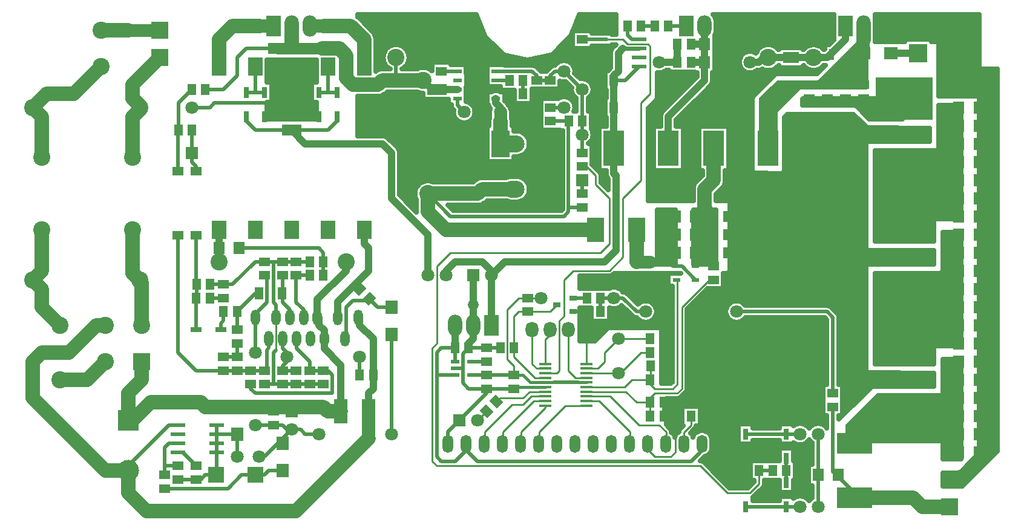
<source format=gbr>
G04 DipTrace 3.2.0.1*
G04 Bottom.gbr*
%MOIN*%
G04 #@! TF.FileFunction,Copper,L2,Bot*
G04 #@! TF.Part,Single*
%AMOUTLINE0*
4,1,4,
-0.038974,-0.002784,
0.002784,0.038974,
0.038974,0.002784,
-0.002784,-0.038974,
-0.038974,-0.002784,
0*%
%AMOUTLINE3*
4,1,4,
0.002784,-0.038974,
-0.038974,0.002784,
-0.002784,0.038974,
0.038974,-0.002784,
0.002784,-0.038974,
0*%
G04 #@! TA.AperFunction,Conductor*
%ADD10C,0.009843*%
%ADD13C,0.019685*%
%ADD14C,0.07874*%
%ADD15C,0.03937*%
%ADD16C,0.074803*%
%ADD17C,0.062992*%
G04 #@! TA.AperFunction,ComponentPad*
%ADD18C,0.070866*%
G04 #@! TA.AperFunction,Conductor*
%ADD19C,0.051181*%
%ADD20C,0.031496*%
%ADD21C,0.015748*%
%ADD22C,0.065748*%
%ADD23C,0.023622*%
G04 #@! TA.AperFunction,CopperBalancing*
%ADD24C,0.025*%
%ADD25R,0.051181X0.059055*%
%ADD26R,0.059055X0.051181*%
%ADD27R,0.074803X0.133858*%
G04 #@! TA.AperFunction,ComponentPad*
%ADD28R,0.094488X0.094488*%
%ADD29C,0.094488*%
%ADD30R,0.062992X0.070866*%
%ADD31R,0.106299X0.062992*%
G04 #@! TA.AperFunction,ComponentPad*
%ADD32R,0.11811X0.11811*%
%ADD33C,0.11811*%
%ADD34R,0.070866X0.070866*%
%ADD35C,0.094488*%
%ADD36R,0.086614X0.086614*%
%ADD37R,0.065748X0.073622*%
G04 #@! TA.AperFunction,ComponentPad*
%ADD38O,0.07874X0.11811*%
%ADD39R,0.07874X0.11811*%
%ADD40R,0.062992X0.031496*%
%ADD41R,0.1X0.15*%
%ADD42R,0.031496X0.062992*%
%ADD43R,0.073622X0.065748*%
%ADD44R,0.085827X0.06378*%
G04 #@! TA.AperFunction,ComponentPad*
%ADD45R,0.102362X0.102362*%
%ADD46C,0.102362*%
%ADD47O,0.11811X0.094488*%
%ADD48R,0.094488X0.137795*%
G04 #@! TA.AperFunction,ComponentPad*
%ADD49C,0.070866*%
%ADD50R,0.11811X0.19685*%
%ADD51R,0.314961X0.23622*%
%ADD52O,0.070866X0.086614*%
%ADD54R,0.041339X0.025591*%
%ADD55R,0.047244X0.070866*%
G04 #@! TA.AperFunction,ComponentPad*
%ADD56R,0.07874X0.102362*%
%ADD57R,0.19685X0.11811*%
%ADD58O,0.051181X0.086614*%
%ADD59R,0.051181X0.023622*%
%ADD60R,0.094488X0.122047*%
%ADD62R,0.043307X0.023622*%
G04 #@! TA.AperFunction,ComponentPad*
%ADD63O,0.059055X0.098425*%
%ADD64R,0.07874X0.023622*%
%ADD65R,0.047244X0.023622*%
%ADD66R,0.070866X0.015748*%
G04 #@! TA.AperFunction,ViaPad*
%ADD67C,0.059055*%
%ADD147OUTLINE0*%
%ADD150OUTLINE3*%
%FSLAX26Y26*%
G04*
G70*
G90*
G75*
G01*
G04 Bottom*
%LPD*%
X3618701Y3093701D2*
D13*
X3518701D1*
X3315354Y1255020D2*
D10*
X3380020D1*
X3393701Y1268701D1*
Y1543701D1*
X3418701Y1568701D1*
Y1768701D1*
X3468701Y1818701D1*
X3668701D1*
X3743701Y1893701D1*
Y2218701D1*
X3843701Y2318701D1*
Y2743701D1*
X3893701Y2793701D1*
Y3056201D1*
X3881201Y3068701D1*
X3768701D1*
X3743701Y3093701D1*
X3618701D1*
X2293701Y1343701D2*
D13*
Y1243701D1*
X1943701Y1268701D2*
X1868701D1*
X1893701Y1343701D2*
Y1368701D1*
X1869685Y1392717D1*
Y1443701D1*
X1893701Y1343701D2*
Y1318701D1*
X1868701Y1293701D1*
Y1268701D1*
X2018701Y1868701D2*
Y1868504D1*
X1943701D1*
X1868701D1*
X1818701D1*
X1768701D1*
X2093701Y1193898D2*
X2018701D1*
X1943701D1*
X1868701D1*
X1818701D1*
X1768701D1*
X1832185Y1561811D2*
D10*
Y1382185D1*
D13*
X1818701Y1368701D1*
Y1193898D1*
Y1868504D2*
Y1643701D1*
X1832185Y1630217D1*
Y1561811D1*
X1468701Y1743701D2*
X1543504D1*
X1543701Y1743504D1*
X1593504D1*
X1718701Y1868701D1*
X1768504D1*
X1693701Y1268701D2*
X1768701D1*
X1543701D2*
X1618504D1*
X1618701Y1268898D1*
X1693504D1*
X1693701Y1268701D1*
X1293701Y2014370D2*
Y1368701D1*
X1393701Y1268701D1*
X1543701D1*
X1793699Y1443701D2*
Y1393699D1*
X1781201Y1381201D1*
Y1268701D1*
X1768701D1*
X2018701D2*
X2093701D1*
X1945668Y1443701D2*
Y1391734D1*
X2018701Y1318701D1*
Y1268701D1*
X2093701D2*
X2118701D1*
X2143701Y1243701D1*
Y1143701D1*
X1718701D1*
X1693701Y1168701D1*
Y1193898D1*
X893701Y1518701D2*
D14*
X843701D1*
X693701Y1368701D1*
X543701D1*
X493701Y1318701D1*
Y1118701D1*
X893681Y718720D1*
X1018701D1*
X2343701Y1043701D2*
D15*
Y1143701D1*
X2368701Y1168701D1*
Y1243504D1*
X2368504Y1243701D1*
X2368701D2*
Y1443701D1*
X2293701Y1518701D1*
Y1555215D1*
X2287105Y1561811D1*
X1018701Y718720D2*
D14*
Y593701D1*
X1118701Y493701D1*
X1943701D1*
X2343701Y893701D1*
D16*
Y1043701D1*
X1293701Y968701D2*
D13*
X1243701D1*
X1043701Y768701D1*
Y743720D1*
X1018701Y718720D1*
Y993681D2*
D14*
Y1143701D1*
X1093701Y1218701D1*
Y1318701D1*
X2190157Y1043701D2*
X2118701D1*
X2093701Y1068701D1*
X1918701D1*
X1818701D1*
X1762184D1*
X1443701D1*
X1418701Y1093701D1*
X1143701D1*
X1043681Y993681D1*
X1018701D1*
X2190157Y1043701D2*
D15*
Y1297244D1*
X2097635Y1389766D1*
Y1443701D1*
Y1489766D1*
X2068701Y1518701D1*
Y1561811D1*
X2060135D1*
X1818701Y1043504D2*
D13*
Y1068701D1*
X1618701D2*
X1762184D1*
X1918701Y1043701D2*
Y1068701D1*
X2060135Y1561811D2*
D15*
Y1660135D1*
X2218701Y1818701D1*
Y1868701D1*
X543701Y2043701D2*
D14*
Y1818701D1*
X493701Y1768701D1*
X643701Y1518701D2*
X543701Y1618701D1*
Y1718701D1*
X493701Y1768701D1*
X1193701Y2993701D2*
X1043701Y2843701D1*
Y2768701D1*
X1081199Y2731202D1*
Y2718701D1*
X1043701Y2443701D2*
Y2668701D1*
X1081199Y2706199D1*
Y2718701D1*
X543701Y2443701D2*
Y2668701D1*
X493701Y2718701D1*
X568701Y2793701D1*
X718701D1*
X868701Y2943701D1*
X1527559Y1493701D2*
D13*
Y1527559D1*
X1543701Y1543701D1*
Y1593701D1*
X2173621Y1561811D2*
D15*
Y1648621D1*
X2268848Y1743848D1*
X2343701Y1818701D1*
Y1943701D1*
X2318701Y1968701D1*
Y2043701D1*
X2293701Y1718701D2*
D13*
Y1718994D1*
X2268848Y1743848D1*
X2468701Y1618701D2*
X2393701D1*
X2346595Y1665807D1*
X2211122Y1443701D2*
X2218701D1*
Y1618701D1*
X2256201Y1656201D1*
X2331201D1*
X2340807Y1665807D1*
X2346595D1*
X2468701Y918701D2*
Y1468701D1*
X1737499Y793701D2*
X1768701D1*
X1868701Y893701D1*
Y868701D1*
Y893701D2*
X1918701Y943701D1*
X1893701D1*
X1868701Y968701D1*
X1818701D1*
X1718701D2*
X1818701D1*
X1918701Y943701D2*
X1968701D1*
X1993701Y918701D1*
X2068701D1*
X1943701Y1793701D2*
X2018701D1*
X1984151Y1561811D2*
Y1603251D1*
X1943701Y1643701D1*
Y1793701D1*
X1518701Y2043701D2*
D15*
Y1943701D1*
Y1868701D2*
Y2043701D1*
X1618504Y1593701D2*
D13*
Y1493504D1*
X1618701D1*
X1737451Y1693701D2*
X1718504D1*
X1618504Y1593701D1*
X1393701Y2014370D2*
Y1743898D1*
X1393898Y1743701D1*
Y1668898D1*
X1393701Y1668701D1*
Y1493701D1*
X1618701Y1418701D2*
Y1343504D1*
X1543701D1*
X1618504D2*
X1618701Y1343701D1*
X1293701Y818701D2*
X1318701D1*
X1393701Y743701D1*
X1506299Y968701D2*
Y918701D1*
Y868701D1*
Y818701D1*
Y918701D2*
X1618701D1*
Y793701D2*
Y918701D1*
X1506299Y818701D2*
Y697323D1*
X1502677Y693701D1*
X1293701Y668701D2*
X1393504D1*
X1393701Y668898D1*
X1418898D1*
X1443701Y693701D1*
X1502677D1*
X1218701Y693504D2*
Y743504D1*
Y843701D1*
X1243701Y868701D1*
X1293701D1*
Y743504D2*
X1218701D1*
X1843701Y3043701D2*
X1668701D1*
X1618701Y2993701D1*
Y2893701D1*
X1543701Y2818701D1*
X1443504D1*
X1843701Y3043701D2*
D17*
X1918701D1*
X1993701D1*
X2086220D1*
D14*
X2181201D1*
X2218701Y3006201D1*
Y2881201D1*
X2256201Y2843701D1*
X2393701D1*
X2418708Y2868708D1*
X2493701D1*
X2643695D1*
X1918701Y3168701D2*
Y3068701D1*
D17*
X1943701Y3043701D1*
X1993701D1*
X2831102Y2818699D2*
D15*
X2718701D1*
Y2818701D1*
X2693702D1*
X2643695Y2868708D1*
X2493701Y2993701D2*
D13*
Y2868708D1*
X4143661Y1768898D2*
X4143504D1*
X4068701Y1843701D1*
X4037362D1*
X3818701Y1868701D2*
D14*
Y2043701D1*
X4037362Y1843701D2*
D13*
X4018701D1*
X3993701Y1868701D1*
X3943701D1*
X3818701D2*
D18*
X3893504D1*
D19*
X3943701D1*
X3893701Y1443701D2*
D10*
X3718701D1*
X3543701Y1280610D2*
X3605610D1*
X3643701Y1318701D1*
Y1368701D1*
X3718701Y1443701D1*
X1043701Y2043701D2*
D14*
Y1806199D1*
X1081199Y1768701D1*
X1093701Y1518701D2*
Y1756199D1*
X1081199Y1768701D1*
X1768701Y2668701D2*
D13*
X1793701D1*
X1818701Y2693701D1*
X1908465D1*
X1918701Y2703937D1*
X2068701Y2668701D2*
X2043701D1*
X2018701Y2693701D1*
X1928937D1*
X1918701Y2703937D1*
X1368701Y2718701D2*
X1468701D1*
X1493701Y2743701D1*
X1843701D1*
X1883465Y2703937D1*
X1918701D1*
X4418701Y784843D2*
Y718898D1*
X4418898Y718701D1*
Y652756D1*
X4418701Y652559D1*
X5168701Y3168701D2*
D14*
X5318701D1*
X5368701D1*
Y3168552D1*
X3543701Y1306201D2*
D10*
Y1493701D1*
X3968504Y1443701D2*
D13*
Y1368701D1*
Y1293898D1*
X3968701Y1293701D1*
Y1218898D1*
X3968504Y1218701D1*
X4293701Y3168701D2*
D15*
Y3078937D1*
X4303937Y3068701D1*
Y2968701D2*
Y3068701D1*
X4293701Y3168701D2*
X4418701D1*
X4543701Y3143701D2*
X4493700D1*
X4468701Y3168701D1*
X4418701D1*
X4543701Y3143701D2*
X4693701D1*
Y3143700D1*
X4793701D1*
X4893701Y3143701D2*
D20*
X4833268D1*
D15*
Y3143700D1*
X4793701D1*
X5293701Y3168701D2*
D14*
X5318701D1*
X5443701D2*
Y3168552D1*
X5368701D1*
X3315354Y1178248D2*
D21*
X3153051D1*
D13*
X3143701Y1168898D1*
X2993701D1*
X2779524Y866043D2*
Y930176D1*
X2843049Y993701D1*
X2993701Y1144353D1*
Y1168898D1*
X2818701Y1281102D2*
X2862450D1*
Y1362647D1*
X2893504Y1393701D1*
X2993504D1*
X2993701Y1393504D1*
Y1168898D2*
X2893504D1*
X2862450Y1199951D1*
Y1281102D1*
X3968504Y1093701D2*
Y1018701D1*
Y1093701D2*
X4043701D1*
X4043898Y1018701D2*
Y1093504D1*
X2918701Y1793701D2*
D15*
Y1618701D1*
Y1518701D1*
Y1443701D1*
X2893504Y1418504D1*
Y1393701D1*
X4279524Y866043D2*
D13*
Y957878D1*
X4143701Y1093701D1*
X4043701D1*
X4279524Y866043D2*
Y757878D1*
X4318701Y718701D1*
X4418898D1*
X2918701Y1631201D2*
D15*
Y1618701D1*
X3943701Y1718701D2*
D13*
Y1643701D1*
X3968504Y1618898D1*
Y1518701D1*
Y1443701D1*
X3543701Y1493701D2*
X3643701D1*
X3668701Y1518701D1*
X3968504D1*
X3468701Y1593898D2*
X3543701D1*
X3543898Y1593701D1*
X3543701Y1493701D2*
Y1593504D1*
X4668701Y3168701D2*
Y3143700D1*
X4693701D1*
X3068898Y1393701D2*
X2993898D1*
X2843701Y993701D2*
X2843049D1*
X4043898Y1018701D2*
D10*
Y956398D1*
X4031201Y943701D1*
Y818701D1*
X4006201Y793701D1*
X3918701D1*
X3881201Y831201D1*
Y864366D1*
X3879524Y866043D1*
X3043701Y2818699D2*
D13*
X2962403D1*
X2937402Y2843701D1*
X1868701D2*
X1921056D1*
X1968701D1*
X1921056D2*
Y2706293D1*
X1918701Y2703937D1*
X2906201Y2893701D2*
Y2843701D1*
Y2793701D1*
Y2843701D2*
X2937402D1*
X2968701Y2893701D2*
Y2843701D1*
Y2793701D1*
Y2843701D2*
X2937402D1*
X5068701Y3168701D2*
D14*
Y3090945D1*
D22*
Y3018701D1*
X3893898Y1293701D2*
D10*
Y1218898D1*
X3893701Y1218701D1*
X3543701Y1178248D2*
X3753248D1*
X3793701Y1218701D1*
X3893701D1*
X4037362Y1768898D2*
X4043701D1*
Y1193701D1*
X4018701Y1168701D1*
X3918701D1*
X3893701Y1193701D1*
Y1218701D1*
X1393701Y2368701D2*
D13*
Y2393701D1*
X1368701Y2418701D1*
Y2468701D1*
Y2593701D1*
X1293701Y2368701D2*
Y2593701D1*
X1293898D1*
Y2743898D1*
X1368701Y2818701D1*
X1718701Y693701D2*
X1643701D1*
X1568701Y618701D1*
X1218701D1*
X1718701Y693701D2*
X1768701D1*
X1793701Y718701D1*
X1868701D1*
X2318701Y2943701D2*
D14*
Y3093701D1*
X2243701Y3168701D1*
X2095472D1*
D16*
X2018701D1*
X1518701Y2943701D2*
D14*
Y3093701D1*
X1593701Y3168701D1*
X1741929D1*
D16*
X1818701D1*
X5218701Y3018701D2*
D15*
X5368701Y3018552D1*
X1668701Y2668701D2*
D13*
Y2643701D1*
X1718701Y2593701D1*
X1918701D1*
X2168701Y2668701D2*
Y2643701D1*
X2118701Y2593701D1*
X1918701D1*
D15*
X1993701Y2518701D1*
X2418701D1*
X2468701Y2468701D1*
Y2218701D1*
X2668701Y2018701D1*
Y1793701D1*
X3543701Y1255020D2*
D10*
X3717382D1*
X3718701Y1253701D1*
Y1243701D1*
X3843701Y1368701D1*
X3893701D1*
X2093504Y1793701D2*
D13*
Y1868701D1*
X1628937Y1943701D2*
X2068701D1*
X2093504Y1918898D1*
Y1868701D1*
X1718701Y1368701D2*
X1718699Y1561811D1*
Y1581199D1*
X1781201Y1643701D1*
Y1793701D1*
X1768701D1*
X3543701Y1229429D2*
D10*
X3482972D1*
X3443701Y1268701D1*
Y1493701D1*
X3315354Y1306201D2*
Y1440354D1*
X3343701Y1468701D1*
Y1493701D1*
X3315354Y1280610D2*
X3269291D1*
X3243701Y1306201D1*
Y1493701D1*
X3143701Y1243701D2*
D13*
Y1243504D1*
X2993898D1*
X2993701Y1243701D1*
X3543701Y1203839D2*
D21*
X3498425D1*
D13*
X3360630D1*
D21*
X3315354D1*
X3233563D1*
X3193701Y1243701D1*
X3143701D1*
X2909252D2*
D13*
X2993701D1*
X3218701Y1668701D2*
D10*
X3293701D1*
X3143701Y1243701D2*
Y1293701D1*
X3106201Y1331201D1*
Y1606201D1*
X3168701Y1668701D1*
X3218701D1*
X2879524Y866043D2*
D13*
Y832878D1*
X2943701Y768701D1*
X4118701D1*
X4168701Y818701D1*
Y866043D1*
X4179524D1*
X2818701Y1318504D2*
Y1393701D1*
X2879524Y866043D2*
Y829524D1*
X2818701Y768701D1*
X2743701D1*
X2718701Y793701D1*
Y1243701D1*
Y1368701D1*
X2743701Y1393701D1*
X2818701D1*
Y1518701D2*
D15*
Y1393701D1*
Y1243701D2*
D13*
X2718701D1*
X2909252Y1318504D2*
X2993504D1*
X2993701Y1318701D1*
X3315354Y1127067D2*
D10*
X3239567D1*
X3193701Y1081201D1*
X3131201D1*
X2981201Y931201D1*
Y867720D1*
X2979524Y866043D1*
X3315354Y1101476D2*
X3251476D1*
X3081201Y931201D1*
Y867720D1*
X3079524Y866043D1*
X3315346Y1075886D2*
Y1065346D1*
X3181201Y931201D1*
Y866043D1*
X3179524D1*
X3543701Y1075886D2*
X3425886D1*
X3281201Y931201D1*
Y867720D1*
X3279524Y866043D1*
X3543701Y1101476D2*
X3610925D1*
X3781201Y931201D1*
Y867720D1*
X3779524Y866043D1*
X3543701Y1127067D2*
X3672835D1*
X3831201Y968701D1*
X3943701D1*
X3981201Y931201D1*
Y867720D1*
X3979524Y866043D1*
X3543701Y1152657D2*
X3759744D1*
X3818701Y1093701D1*
X3893701D1*
Y1018701D1*
X4243701Y1768701D2*
X4218701D1*
X4068701Y1618701D1*
Y1168701D1*
X4043701Y1143701D1*
X3918701D1*
X3893701Y1118701D1*
Y1093701D1*
X4079524Y866043D2*
Y929524D1*
X4118701Y968701D1*
Y1018701D1*
X2831102Y2768701D2*
D13*
Y2731299D1*
X2868701Y2693701D1*
X3068701Y2518701D2*
D14*
X3143701D1*
X3068701D2*
Y2643701D1*
D18*
Y2693701D1*
D15*
Y2718701D1*
X3043701Y2743701D1*
Y2768701D1*
X3693701Y2718701D2*
Y2868701D1*
D13*
X3756299D1*
X3831299Y2943701D1*
X3693701Y2493701D2*
D15*
Y2718701D1*
X3018701Y1793701D2*
Y1518701D1*
Y1793701D2*
X3093701Y1868701D1*
X3643701D1*
X3706201Y1931201D1*
Y2343701D1*
X3693701Y2356201D1*
Y2493701D1*
X2768701Y1793701D2*
Y1818701D1*
X2818701Y1868701D1*
X2968701D1*
X3018701Y1818701D1*
Y1793701D1*
X3831299Y3043701D2*
D23*
X3743701D1*
D15*
X3718701Y3018701D1*
Y2918701D1*
X3693701Y2893701D1*
Y2868701D1*
X1768701Y2802559D2*
D13*
X1718701D1*
X1668701D1*
X1718701D2*
Y2943701D1*
X2068701Y2802559D2*
X2118701D1*
X2168701D1*
X2118701D2*
Y2943701D1*
X3831299Y3093701D2*
X3793701D1*
X3768701Y3118701D1*
Y3168701D1*
X3993504D2*
X4093701D1*
X4193701D2*
D15*
Y3068701D1*
Y2968701D2*
Y3068701D1*
X4118504D1*
Y2968701D2*
X4193701D1*
X3993701Y2493701D2*
Y2668701D1*
X4193701Y2868701D1*
Y2968701D1*
X5018701Y568701D2*
D14*
X5343701D1*
X5393701Y518701D1*
X5543701D1*
X4928937Y693701D2*
D13*
X4918701D1*
X4899950Y712451D1*
Y1068701D1*
X4928937Y693701D2*
Y683465D1*
X5018701Y593701D1*
Y568701D1*
X4143661Y1843701D2*
Y1918661D1*
X4143701Y1918701D1*
X4243701Y1843504D2*
Y1918701D1*
Y2493701D2*
D14*
Y2318701D1*
X4193701Y2268701D1*
Y2168701D1*
X4194983Y2167419D1*
D19*
X4243701Y2118701D1*
X4793701Y2993700D2*
D15*
X4668701Y2993701D1*
X4543701D1*
X4793701Y2993700D2*
X4868700D1*
X4968701Y3093701D1*
Y3168701D1*
X4893701Y3009843D2*
D13*
Y2993700D1*
X4868700D1*
X4543701Y2993701D2*
D15*
X4518701D1*
X4493701Y2968701D1*
X4443701D1*
X4668701Y2993701D2*
D13*
D3*
X3543898Y1668701D2*
X3468701D1*
X4718701Y518701D2*
X4643701D1*
X4418701D2*
X4643701D1*
X3868701Y1593701D2*
X3818701D1*
X3743701Y1668701D1*
X3693701D1*
X3618701D1*
Y1593701D1*
X3518701Y2468504D2*
Y2568701D1*
X3418701Y2918701D2*
X3518701Y2818701D1*
Y2568701D2*
Y2643701D1*
Y2818701D1*
X3268701Y2868701D2*
Y2893701D1*
X3243702Y2918699D1*
X3043701D1*
X3268701Y2868701D2*
X3343701D1*
Y2893701D1*
X3368701Y2918701D1*
X3418701D1*
X3518701Y2643701D2*
D3*
X4418701Y918701D2*
X4643701D1*
X4718701D1*
X4643701Y784843D2*
Y718898D1*
X4643504Y718701D1*
Y652756D1*
X4643701Y652559D1*
X4368701Y1593701D2*
X4868701D1*
X4899950Y1562451D1*
Y1143504D1*
X4043701Y3068701D2*
D15*
Y2968701D1*
X3943701D1*
X3593701Y2043701D2*
D14*
X2768701D1*
X2668701Y2143701D1*
Y2243701D1*
X2943701D1*
X2968701Y2268701D1*
X3143701D1*
X3343701Y2643701D2*
D13*
X3443898D1*
X2668701Y2243701D2*
X2793701Y2118701D1*
X3418701D1*
X3443701Y2143701D1*
Y2168898D1*
Y2643504D1*
X3443898Y2643701D1*
X3518701Y2168898D2*
X3443701D1*
X2831102Y2918701D2*
X2743701D1*
X643701Y1218701D2*
D14*
X793701D1*
X893701Y1318701D1*
X4493701Y718701D2*
D13*
X4568701D1*
X4493701D2*
D10*
Y643701D1*
X4443701Y593701D1*
X4318701D1*
X4168701Y743701D1*
X2718701D1*
X2693701Y768701D1*
Y1393701D1*
X2718701Y1418701D1*
Y1843701D1*
X2793701Y1918701D1*
X3618701D1*
X3668701Y1968701D1*
Y2218701D1*
X3593701Y2293701D1*
Y2343701D1*
X3543701Y2393701D1*
X3518701D1*
X4818701Y918701D2*
D13*
Y693701D1*
Y518701D1*
X3343701Y2718504D2*
X3418504D1*
X3418701Y2718701D1*
X1193701Y3143701D2*
D18*
X1018701D1*
D14*
X868701D1*
X2943701Y993701D2*
D10*
X2993701Y1043701D1*
X3315354Y1152657D2*
X3227657D1*
X3193701Y1118701D1*
X3068701D1*
X3046595Y1096595D1*
X3918701Y3168701D2*
D13*
X3843504D1*
X3518701Y2318701D2*
Y2243701D1*
X1908168Y1561811D2*
Y1604234D1*
X1868701Y1643701D1*
Y1693701D1*
Y1793701D1*
X1866388Y1693701D2*
X1868701D1*
X3193504Y2868701D2*
Y2793898D1*
X3193701Y2793701D1*
X3043701Y2868701D2*
X3118701D1*
X1468504Y1668701D2*
X1543701D1*
X3315354Y1229429D2*
D10*
X3257972D1*
X3143701Y1343701D1*
Y1393701D1*
X3218701Y1593898D2*
X3340748D1*
X3378150Y1631299D1*
X3143701Y1393701D2*
Y1568701D1*
X3168701Y1593701D1*
X3218504D1*
X3218701Y1593898D1*
D67*
X2968701Y2893701D3*
X2906201D3*
Y2843701D3*
X2968701D3*
X4418701Y3168701D3*
X4043701Y1093701D3*
X5293701Y3168701D3*
X5443701D3*
X3618701Y2793701D3*
X2906201D3*
X2918701Y1631201D3*
X3943701Y1718701D3*
X4393701Y2018701D3*
X2968701Y2793701D3*
X1868701Y2843701D3*
X1968701D3*
X5508709Y2006332D2*
D24*
X5603718D1*
X5508709Y1981463D2*
X5603718D1*
X5508709Y1956594D2*
X5603718D1*
X5508709Y1931726D2*
X5603718D1*
X5508709Y1906857D2*
X5603718D1*
X5508709Y1881988D2*
X5603718D1*
X5508709Y1857119D2*
X5603718D1*
X5508709Y1832251D2*
X5603718D1*
X5501496Y1807382D2*
X5603718D1*
X5133719Y1782513D2*
X5603718D1*
X5133719Y1757644D2*
X5603718D1*
X5133719Y1732776D2*
X5603718D1*
X5133719Y1707907D2*
X5603718D1*
X5133719Y1683038D2*
X5603718D1*
X5133719Y1658169D2*
X5603718D1*
X5133719Y1633301D2*
X5603718D1*
X5133719Y1608432D2*
X5603718D1*
X5133719Y1583563D2*
X5603718D1*
X5133719Y1558694D2*
X5603718D1*
X5133719Y1533825D2*
X5603718D1*
X5133719Y1508957D2*
X5603718D1*
X5133719Y1484088D2*
X5603718D1*
X5133719Y1459219D2*
X5603718D1*
X5133719Y1434350D2*
X5603718D1*
X5133719Y1409482D2*
X5603718D1*
X5133719Y1384613D2*
X5453686D1*
X5133719Y1359744D2*
X5453686D1*
X5133719Y1334875D2*
X5453686D1*
X5133719Y1310007D2*
X5453686D1*
X5493665Y1806201D2*
X5131181D1*
X5131201Y1306167D1*
X5456192Y1306201D1*
X5456354Y1395656D1*
X5457152Y1398484D1*
X5458588Y1401049D1*
X5460583Y1403206D1*
X5463026Y1404839D1*
X5465782Y1405856D1*
X5468705Y1406201D1*
X5606173D1*
X5606201Y2031184D1*
X5506203Y2031201D1*
X5506047Y1816745D1*
X5505249Y1813917D1*
X5503814Y1811353D1*
X5501819Y1809196D1*
X5499375Y1807563D1*
X5496619Y1806546D1*
X5493697Y1806201D1*
X5483697Y2706332D2*
X5603718D1*
X5483697Y2681463D2*
X5603718D1*
X5483697Y2656594D2*
X5603718D1*
X5483697Y2631726D2*
X5603718D1*
X5483697Y2606857D2*
X5603718D1*
X5483697Y2581988D2*
X5603718D1*
X5483697Y2557119D2*
X5603718D1*
X5483697Y2532251D2*
X5603718D1*
X5483697Y2507382D2*
X5603718D1*
X5476772Y2482513D2*
X5603718D1*
X5133719Y2457644D2*
X5603718D1*
X5133719Y2432776D2*
X5603718D1*
X5133719Y2407907D2*
X5603718D1*
X5133719Y2383038D2*
X5603718D1*
X5133719Y2358169D2*
X5603718D1*
X5133719Y2333301D2*
X5603718D1*
X5133719Y2308432D2*
X5603718D1*
X5133719Y2283563D2*
X5603718D1*
X5133719Y2258694D2*
X5603718D1*
X5133719Y2233825D2*
X5603718D1*
X5133719Y2208957D2*
X5603718D1*
X5133719Y2184088D2*
X5603718D1*
X5133719Y2159219D2*
X5603718D1*
X5133719Y2134350D2*
X5603718D1*
X5133719Y2109482D2*
X5603718D1*
X5133719Y2084613D2*
X5453686D1*
X5133719Y2059744D2*
X5453686D1*
X5133719Y2034875D2*
X5453686D1*
X5133719Y2010007D2*
X5453686D1*
X5133719Y1985138D2*
X5453686D1*
X5468665Y2481201D2*
X5131210D1*
X5131201Y1981167D1*
X5456192Y1981201D1*
X5456354Y2095656D1*
X5457152Y2098484D1*
X5458588Y2101049D1*
X5460583Y2103206D1*
X5463026Y2104839D1*
X5465782Y2105856D1*
X5468705Y2106201D1*
X5606173D1*
X5606201Y2731184D1*
X5481228Y2731201D1*
X5481163Y2492720D1*
X5480589Y2489839D1*
X5479358Y2487169D1*
X5477539Y2484862D1*
X5475232Y2483043D1*
X5472563Y2481812D1*
X5469681Y2481239D1*
X5468697Y2481201D1*
X5508705Y1306332D2*
X5603714D1*
X5508705Y1281463D2*
X5603714D1*
X5508705Y1256594D2*
X5603714D1*
X5508705Y1231726D2*
X5603714D1*
X5508705Y1206857D2*
X5603714D1*
X5508705Y1181988D2*
X5603714D1*
X5508705Y1157119D2*
X5603714D1*
X5501205Y1132251D2*
X5603714D1*
X5127542Y1107382D2*
X5603714D1*
X5102675Y1082513D2*
X5603714D1*
X5077807Y1057644D2*
X5603714D1*
X5052940Y1032776D2*
X5603714D1*
X5028072Y1007907D2*
X5603714D1*
X5003203Y983038D2*
X5603714D1*
X4983719Y958169D2*
X5603714D1*
X4983719Y933301D2*
X5603714D1*
X4983719Y908432D2*
X5603714D1*
X4983719Y883563D2*
X5603714D1*
X5508705Y858694D2*
X5603714D1*
X5508705Y833825D2*
X5603714D1*
X5508705Y808957D2*
X5603714D1*
X5508705Y784088D2*
X5603714D1*
X5493665Y1131201D2*
X5148890D1*
X4981192Y963514D1*
X4981201Y881180D1*
X5494681Y881163D1*
X5497563Y880589D1*
X5500232Y879358D1*
X5502539Y877539D1*
X5504358Y875232D1*
X5505589Y872563D1*
X5506163Y869681D1*
X5506201Y781180D1*
X5606198Y781201D1*
X5606201Y1331185D1*
X5506203Y1331201D1*
X5506047Y1141745D1*
X5505249Y1138917D1*
X5503814Y1136353D1*
X5501819Y1134196D1*
X5499375Y1132563D1*
X5496619Y1131546D1*
X5493697Y1131201D1*
X5133719Y3206332D2*
X5703692D1*
X5133898Y3181463D2*
X5703692D1*
X5133898Y3156594D2*
X5703692D1*
X5133898Y3131726D2*
X5703692D1*
X5133898Y3106857D2*
X5703692D1*
X5133719Y3081988D2*
X5291669D1*
X5445732D2*
X5703692D1*
X5483697Y3057119D2*
X5703692D1*
X5483697Y3032251D2*
X5703692D1*
X5483697Y3007382D2*
X5703692D1*
X5483697Y2982513D2*
X5703692D1*
X5483697Y2957644D2*
X5703692D1*
X5483697Y2932776D2*
X5710114D1*
X5483697Y2907907D2*
X5803701D1*
X5483697Y2883038D2*
X5803701D1*
X5483697Y2858169D2*
X5803701D1*
X5483697Y2833301D2*
X5803701D1*
X5483697Y2808432D2*
X5803701D1*
X5483697Y2783563D2*
X5803701D1*
X5708692Y2758694D2*
X5803701D1*
X5708692Y2733825D2*
X5803701D1*
X5708692Y2708957D2*
X5803701D1*
X5708692Y2684088D2*
X5803701D1*
X5708692Y2659219D2*
X5803701D1*
X5708692Y2634350D2*
X5803701D1*
X5708692Y2609482D2*
X5803701D1*
X5708692Y2584613D2*
X5803701D1*
X5708692Y2559744D2*
X5803701D1*
X5708692Y2534875D2*
X5803701D1*
X5708692Y2510007D2*
X5803701D1*
X5708692Y2485138D2*
X5803701D1*
X5708692Y2460269D2*
X5803701D1*
X5708692Y2435400D2*
X5803701D1*
X5708692Y2410531D2*
X5803701D1*
X5708692Y2385663D2*
X5803701D1*
X5708692Y2360794D2*
X5803701D1*
X5708692Y2335925D2*
X5803701D1*
X5708692Y2311056D2*
X5803701D1*
X5708692Y2286188D2*
X5803701D1*
X5708692Y2261319D2*
X5803701D1*
X5708692Y2236450D2*
X5803701D1*
X5708692Y2211581D2*
X5803701D1*
X5708692Y2186713D2*
X5803701D1*
X5708692Y2161844D2*
X5803701D1*
X5708692Y2136975D2*
X5803701D1*
X5708692Y2112106D2*
X5803701D1*
X5708692Y2087238D2*
X5803701D1*
X5708692Y2062369D2*
X5803701D1*
X5708692Y2037500D2*
X5803701D1*
X5708692Y2012631D2*
X5803701D1*
X5708692Y1987762D2*
X5803701D1*
X5708692Y1962894D2*
X5803701D1*
X5708692Y1938025D2*
X5803701D1*
X5708692Y1913156D2*
X5803701D1*
X5708692Y1888287D2*
X5803701D1*
X5708692Y1863419D2*
X5803701D1*
X5708692Y1838550D2*
X5803701D1*
X5708692Y1813681D2*
X5803701D1*
X5708692Y1788812D2*
X5803701D1*
X5708692Y1763944D2*
X5803701D1*
X5708692Y1739075D2*
X5803701D1*
X5708692Y1714206D2*
X5803701D1*
X5708692Y1689337D2*
X5803701D1*
X5708692Y1664469D2*
X5803701D1*
X5708692Y1639600D2*
X5803701D1*
X5708692Y1614731D2*
X5803701D1*
X5708692Y1589862D2*
X5803701D1*
X5708692Y1564993D2*
X5803701D1*
X5708692Y1540125D2*
X5803701D1*
X5708692Y1515256D2*
X5803701D1*
X5708692Y1490387D2*
X5803701D1*
X5708692Y1465518D2*
X5803701D1*
X5708692Y1440650D2*
X5803701D1*
X5708692Y1415781D2*
X5803701D1*
X5708692Y1390912D2*
X5803701D1*
X5708692Y1366043D2*
X5803701D1*
X5708692Y1341175D2*
X5803701D1*
X5708692Y1316306D2*
X5803701D1*
X5708692Y1291437D2*
X5803701D1*
X5708692Y1266568D2*
X5803701D1*
X5708692Y1241699D2*
X5803701D1*
X5708692Y1216831D2*
X5803701D1*
X5708692Y1191962D2*
X5803701D1*
X5708692Y1167093D2*
X5803701D1*
X5708692Y1142224D2*
X5803701D1*
X5708692Y1117356D2*
X5803701D1*
X5708692Y1092487D2*
X5803701D1*
X5708692Y1067618D2*
X5803701D1*
X5708692Y1042749D2*
X5803701D1*
X5708692Y1017881D2*
X5803701D1*
X5708692Y993012D2*
X5803701D1*
X5708692Y968143D2*
X5803701D1*
X5708692Y943274D2*
X5803701D1*
X5708692Y918406D2*
X5803701D1*
X5708692Y893537D2*
X5803701D1*
X5708692Y868668D2*
X5803701D1*
X5708692Y843799D2*
X5803701D1*
X5708692Y818930D2*
X5798748D1*
X5689241Y794062D2*
X5773881D1*
X5664374Y769193D2*
X5749013D1*
X5639507Y744324D2*
X5724146D1*
X5614639Y719455D2*
X5699277D1*
X5508709Y694587D2*
X5674409D1*
X5508709Y669718D2*
X5649542D1*
X5508709Y644849D2*
X5624675D1*
X5131199Y3193478D2*
X5131413Y3179199D1*
Y3090945D1*
X5131199Y3085853D1*
X5137073Y3081201D1*
X5294210D1*
X5294177Y3093049D1*
X5443224D1*
Y3081171D1*
X5470656Y3081047D1*
X5473484Y3080249D1*
X5476049Y3078814D1*
X5478206Y3076819D1*
X5479839Y3074375D1*
X5480856Y3071619D1*
X5481201Y3068697D1*
Y2781232D1*
X5694681Y2781163D1*
X5697563Y2780589D1*
X5700232Y2779358D1*
X5702539Y2777539D1*
X5704358Y2775232D1*
X5705589Y2772563D1*
X5706163Y2769681D1*
X5706201Y818701D1*
X5705856Y815782D1*
X5704839Y813026D1*
X5703206Y810583D1*
X5601819Y709196D1*
X5599375Y707563D1*
X5596619Y706546D1*
X5593697Y706201D1*
X5506180D1*
X5506201Y631180D1*
X5613537Y631201D1*
X5806196Y823874D1*
X5806201Y2931167D1*
X5716745Y2931354D1*
X5713917Y2932152D1*
X5711353Y2933588D1*
X5709196Y2935583D1*
X5707563Y2938026D1*
X5706546Y2940782D1*
X5706201Y2943701D1*
Y3231169D1*
X5131169Y3231201D1*
X5131201Y3193571D1*
X4733719Y2743832D2*
X5278715D1*
X5038627Y2718963D2*
X5278715D1*
X5063495Y2694094D2*
X5278715D1*
X5088362Y2669226D2*
X5278715D1*
X5281177Y2768701D2*
X4736383D1*
X4731202Y2763524D1*
X4731201Y2731202D1*
X5020656Y2731047D1*
X5023484Y2730249D1*
X5026049Y2728814D1*
X5034035Y2721043D1*
X5098866Y2656214D1*
X5281196Y2656201D1*
X5281201Y2768685D1*
X5026528Y3056332D2*
X5078692D1*
X5001623Y3031463D2*
X5078692D1*
X4976756Y3006594D2*
X5078692D1*
X4951888Y2981726D2*
X5078692D1*
X4927021Y2956857D2*
X5078692D1*
X4902154Y2931988D2*
X5078692D1*
X4877285Y2907119D2*
X5078692D1*
X4852417Y2882251D2*
X5078692D1*
X4827550Y2857382D2*
X5078692D1*
X4577688Y2832513D2*
X5078692D1*
X4552820Y2807644D2*
X4687482D1*
X4527953Y2782776D2*
X4662614D1*
X4508701Y2757907D2*
X4637747D1*
X4508701Y2733038D2*
X4612843D1*
X4508701Y2708169D2*
X4587975D1*
X4508701Y2683301D2*
X4578717D1*
X4508701Y2658432D2*
X4578717D1*
X4508701Y2633563D2*
X4578717D1*
X4508701Y2608694D2*
X4578717D1*
X4508701Y2583825D2*
X4578717D1*
X5048861Y3081182D2*
X4826049Y2858588D1*
X4823484Y2857152D1*
X4820656Y2856354D1*
X4809514Y2856201D1*
X4598911D1*
X4506194Y2763517D1*
X4506201Y2581206D1*
X4581222Y2581201D1*
X4581354Y2695656D1*
X4582152Y2698484D1*
X4583588Y2701049D1*
X4591358Y2709035D1*
X4711353Y2828814D1*
X4713917Y2830249D1*
X4716745Y2831047D1*
X4727887Y2831201D1*
X5081167D1*
X5081201Y3081194D1*
X5048882Y3081201D1*
X3933719Y2131332D2*
X4028692D1*
X3933719Y2106463D2*
X4028692D1*
X3933719Y2081594D2*
X4028692D1*
X3933719Y2056726D2*
X4028692D1*
X3933719Y2031857D2*
X4028692D1*
X3933719Y2006988D2*
X4028692D1*
X3933719Y1982119D2*
X4028692D1*
X3933719Y1957251D2*
X4028692D1*
X3933719Y1932382D2*
X4028692D1*
X3933719Y1907513D2*
X4028692D1*
X3933719Y1882644D2*
X4028692D1*
X3933719Y1857776D2*
X4028692D1*
X4031201Y1856224D2*
Y2156217D1*
X3931203Y2156201D1*
X3931201Y1856185D1*
X4031198Y1856201D1*
X3508719Y1781332D2*
X3989878D1*
X3508719Y1756463D2*
X3989878D1*
X3508719Y1731594D2*
X4012951D1*
X3741033Y1706726D2*
X4012951D1*
X3779967Y1681857D2*
X4012951D1*
X3804835Y1656988D2*
X4012951D1*
X3915681Y1632119D2*
X4012951D1*
X3508719Y1607251D2*
X3567270D1*
X3670126D2*
X3755733D1*
X3928384D2*
X4012951D1*
X3508719Y1582382D2*
X3567270D1*
X3670126D2*
X3780601D1*
X3928887D2*
X4012951D1*
X3508719Y1557513D2*
X3567270D1*
X3670126D2*
X3819894D1*
X3917511D2*
X4012951D1*
X3508719Y1532644D2*
X4012951D1*
X3508719Y1507776D2*
X4012951D1*
X3508719Y1482907D2*
X3637746D1*
X3958706D2*
X4012951D1*
X3508719Y1458038D2*
X3612843D1*
X3958706D2*
X4012951D1*
X3508719Y1433169D2*
X3587975D1*
X3958706D2*
X4012951D1*
X3958706Y1408301D2*
X4012951D1*
X3958706Y1383432D2*
X4012951D1*
X3958706Y1358563D2*
X4012951D1*
X3958706Y1333694D2*
X4012951D1*
X3958706Y1308825D2*
X4012951D1*
X3958706Y1283957D2*
X4012951D1*
X3958706Y1259088D2*
X4012951D1*
X3958706Y1234219D2*
X4012951D1*
X3958706Y1209350D2*
X4012951D1*
X3667634Y1615818D2*
Y1540831D1*
X3569768D1*
Y1615864D1*
X3506171Y1615831D1*
X3506201Y1431187D1*
X3588520Y1431201D1*
X3661353Y1503814D1*
X3663917Y1505249D1*
X3666745Y1506047D1*
X3677887Y1506201D1*
X3945656Y1506047D1*
X3948484Y1505249D1*
X3951048Y1503814D1*
X3953206Y1501819D1*
X3954838Y1499376D1*
X3955855Y1496619D1*
X3956201Y1493701D1*
Y1196974D1*
X4007012Y1196965D1*
X4015437Y1205408D1*
Y1733722D1*
X3992366Y1733744D1*
Y1804051D1*
X4056204D1*
X4050328Y1806201D1*
X3818701Y1805988D1*
X3802297Y1806201D1*
X3696187D1*
X3687057Y1797209D1*
X3683469Y1794602D1*
X3679517Y1792588D1*
X3675299Y1791218D1*
X3670918Y1790524D1*
X3576837Y1790437D1*
X3506181D1*
X3506201Y1721562D1*
X3667634Y1721391D1*
X3675538Y1724600D1*
X3684506Y1726753D1*
X3693701Y1727476D1*
X3702895Y1726753D1*
X3711863Y1724600D1*
X3720384Y1721070D1*
X3728248Y1716251D1*
X3735261Y1710261D1*
X3741251Y1703248D1*
X3742163Y1701884D1*
X3748892Y1701477D1*
X3753956Y1700262D1*
X3758767Y1698269D1*
X3763207Y1695548D1*
X3767166Y1692166D1*
X3825653Y1633679D1*
X3830529Y1638394D1*
X3837991Y1643815D1*
X3846208Y1648002D1*
X3854980Y1650852D1*
X3864089Y1652295D1*
X3873312D1*
X3882422Y1650852D1*
X3891193Y1648002D1*
X3899411Y1643815D1*
X3906872Y1638394D1*
X3913394Y1631872D1*
X3918815Y1624411D1*
X3923002Y1616193D1*
X3925852Y1607422D1*
X3927295Y1598312D1*
Y1589089D1*
X3925852Y1579980D1*
X3923002Y1571208D1*
X3918815Y1562991D1*
X3913394Y1555529D1*
X3906872Y1549007D1*
X3899411Y1543586D1*
X3891193Y1539399D1*
X3882422Y1536549D1*
X3873312Y1535106D1*
X3864089D1*
X3854980Y1536549D1*
X3846208Y1539399D1*
X3837991Y1543586D1*
X3830529Y1549007D1*
X3824007Y1555529D1*
X3820239Y1560517D1*
X3813509Y1560924D1*
X3808446Y1562140D1*
X3803635Y1564133D1*
X3799195Y1566853D1*
X3795235Y1570235D1*
X3736748Y1628722D1*
X3731872Y1624007D1*
X3724411Y1618586D1*
X3716193Y1614399D1*
X3707422Y1611549D1*
X3698312Y1610106D1*
X3689089D1*
X3679980Y1611549D1*
X3671208Y1614399D1*
X3667598Y1615831D1*
X4133719Y2131332D2*
X4253703D1*
X4133719Y2106463D2*
X4253703D1*
X4133719Y2081594D2*
X4253703D1*
X4133719Y2056726D2*
X4253703D1*
X4133719Y2031857D2*
X4253703D1*
X4133719Y2006988D2*
X4253703D1*
X4133719Y1982119D2*
X4253703D1*
X4133719Y1957251D2*
X4253703D1*
X4133719Y1932382D2*
X4253703D1*
X4133719Y1907513D2*
X4253703D1*
X4133719Y1882644D2*
X4253703D1*
X4133719Y1857776D2*
X4253703D1*
X4256201Y1856224D2*
Y2156217D1*
X4131228Y2156201D1*
X4131201Y1856185D1*
X4256173Y1856201D1*
X2297247Y3206332D2*
X2942684D1*
X3494702D2*
X3703716D1*
X2322115Y3181463D2*
X2952624D1*
X3484762D2*
X3703716D1*
X2346983Y3156594D2*
X2962564D1*
X3474823D2*
X3703716D1*
X2371061Y3131726D2*
X2972539D1*
X3574078D2*
X3703716D1*
X2382508Y3106857D2*
X2985350D1*
X2383907Y3081988D2*
X3010218D1*
X3427168D2*
X3463327D1*
X2383907Y3057119D2*
X2460221D1*
X2527193D2*
X3035121D1*
X3402301D2*
X3463327D1*
X3574078D2*
X3693776D1*
X2383907Y3032251D2*
X2432088D1*
X2555326D2*
X3059989D1*
X3377433D2*
X3675367D1*
X2383907Y3007382D2*
X2421968D1*
X2565445D2*
X3084857D1*
X3352565D2*
X3673178D1*
X2383907Y2982513D2*
X2421502D1*
X2565912D2*
X3208406D1*
X3229025D2*
X3673178D1*
X2383907Y2957644D2*
X2430509D1*
X2556869D2*
X2688337D1*
X2799087D2*
X3372182D1*
X3465206D2*
X3673178D1*
X2383907Y2932776D2*
X2455556D1*
X2531858D2*
X2611580D1*
X2675825D2*
X2688337D1*
X2882518D2*
X2992276D1*
X3279074D2*
X3333355D1*
X3478267D2*
X3669410D1*
X2882518Y2907907D2*
X2992276D1*
X3478985D2*
X3642282D1*
X2885676Y2883038D2*
X2992276D1*
X3503781D2*
X3642282D1*
X2885676Y2858169D2*
X2992276D1*
X3399071D2*
X3429812D1*
X3564748D2*
X3642282D1*
X2885676Y2833301D2*
X3067274D1*
X3399071D2*
X3454679D1*
X3578133D2*
X3642282D1*
X2882518Y2808432D2*
X3024679D1*
X3062729D2*
X3142272D1*
X3245128D2*
X3458340D1*
X3579066D2*
X3648167D1*
X2413978Y2783563D2*
X2639714D1*
X2882518D2*
X2992276D1*
X3095132D2*
X3142272D1*
X3245128D2*
X3469069D1*
X3568301D2*
X3648167D1*
X2283719Y2758694D2*
X2779662D1*
X2882518D2*
X2992276D1*
X3095132D2*
X3142272D1*
X3245128D2*
X3288320D1*
X3464273D2*
X3483028D1*
X3554378D2*
X3642282D1*
X2283719Y2733825D2*
X2779662D1*
X2914132D2*
X2992276D1*
X3114151D2*
X3288320D1*
X3554378D2*
X3642282D1*
X2283719Y2708957D2*
X2804063D1*
X2927948D2*
X3009428D1*
X3127966D2*
X3288320D1*
X3554378D2*
X3642282D1*
X2283719Y2684088D2*
X2808226D1*
X2929168D2*
X3007419D1*
X3129975D2*
X3288320D1*
X3570131D2*
X3642282D1*
X2283719Y2659219D2*
X2818596D1*
X2918797D2*
X3005445D1*
X3131949D2*
X3288320D1*
X3570131D2*
X3648167D1*
X2283719Y2634350D2*
X3003472D1*
X3133923D2*
X3288320D1*
X3570131D2*
X3648167D1*
X2283719Y2609482D2*
X2992850D1*
X3144544D2*
X3288320D1*
X3570131D2*
X3608802D1*
X2283719Y2584613D2*
X2992850D1*
X3183264D2*
X3408030D1*
X3577774D2*
X3608802D1*
X2434109Y2559744D2*
X2992850D1*
X3215452D2*
X3408030D1*
X3579281D2*
X3608802D1*
X2465867Y2534875D2*
X2992850D1*
X3226719D2*
X3408030D1*
X3569270D2*
X3608802D1*
X2490735Y2510007D2*
X2992850D1*
X3228047D2*
X3408030D1*
X3574078D2*
X3608802D1*
X2510973Y2485138D2*
X2992850D1*
X3220117D2*
X3408030D1*
X3574078D2*
X3608802D1*
X2514239Y2460269D2*
X2992850D1*
X3197617D2*
X3408030D1*
X3574078D2*
X3608802D1*
X2514239Y2435400D2*
X2992850D1*
X3144544D2*
X3408030D1*
X3574078D2*
X3608802D1*
X2514239Y2410531D2*
X3408030D1*
X3574078D2*
X3608802D1*
X2514239Y2385663D2*
X3408030D1*
X3594209D2*
X3608802D1*
X2514239Y2360794D2*
X3408030D1*
X3618718D2*
X3648167D1*
X2514239Y2335925D2*
X3107859D1*
X3179532D2*
X3408030D1*
X3624460D2*
X3653262D1*
X2514239Y2311056D2*
X2645132D1*
X2692296D2*
X2919861D1*
X3214483D2*
X3408030D1*
X3624460D2*
X3660691D1*
X2514239Y2286188D2*
X2609858D1*
X3226396D2*
X3408030D1*
X3643694D2*
X3660691D1*
X2514239Y2261319D2*
X2597873D1*
X3228226D2*
X3408030D1*
X2514311Y2236450D2*
X2596007D1*
X3220798D2*
X3408030D1*
X2539178Y2211581D2*
X2603363D1*
X3199483D2*
X3408030D1*
X2564046Y2186713D2*
X2603471D1*
X2972372D2*
X3408030D1*
X2588914Y2161844D2*
X2603471D1*
X2799985D2*
X3408030D1*
X3473177Y2696571D2*
X3485521D1*
X3485516Y2770193D1*
X3480529Y2774007D1*
X3474007Y2780529D1*
X3468586Y2787991D1*
X3464399Y2796208D1*
X3461549Y2804980D1*
X3460106Y2814089D1*
Y2823312D1*
X3460969Y2829504D1*
X3429542Y2860928D1*
X3423312Y2860106D1*
X3414089D1*
X3404980Y2861549D1*
X3396564Y2864268D1*
X3396571Y2819768D1*
X3242662D1*
X3242634Y2740831D1*
X3144768D1*
X3144571Y2815867D1*
X3069768Y2815831D1*
Y2833522D1*
X2994768Y2833547D1*
Y2953853D1*
X3092634D1*
Y2951879D1*
X3246306Y2951782D1*
X3251449Y2950968D1*
X3256401Y2949358D1*
X3261041Y2946994D1*
X3265254Y2943934D1*
X3291714Y2917618D1*
X3320710Y2917634D1*
X3347149Y2943935D1*
X3351362Y2946996D1*
X3356001Y2949360D1*
X3360954Y2950969D1*
X3366097Y2951784D1*
X3370172Y2951886D1*
X3374007Y2956872D1*
X3380529Y2963394D1*
X3387991Y2968815D1*
X3396208Y2973002D1*
X3404980Y2975852D1*
X3414089Y2977295D1*
X3423312D1*
X3432422Y2975852D1*
X3441193Y2973002D1*
X3449411Y2968815D1*
X3456872Y2963394D1*
X3463394Y2956872D1*
X3468815Y2949411D1*
X3473002Y2941193D1*
X3475852Y2932422D1*
X3477295Y2923312D1*
Y2914089D1*
X3476433Y2907897D1*
X3507859Y2876473D1*
X3514089Y2877295D1*
X3523312D1*
X3532422Y2875852D1*
X3541193Y2873002D1*
X3549411Y2868815D1*
X3556872Y2863394D1*
X3563394Y2856872D1*
X3568815Y2849411D1*
X3573002Y2841193D1*
X3575852Y2832422D1*
X3577295Y2823312D1*
Y2814089D1*
X3575852Y2804980D1*
X3573002Y2796208D1*
X3568815Y2787991D1*
X3563394Y2780529D1*
X3556872Y2774007D1*
X3551884Y2770239D1*
X3551886Y2696587D1*
X3567634Y2696571D1*
Y2601227D1*
X3571070Y2595384D1*
X3574600Y2586863D1*
X3576753Y2577895D1*
X3577476Y2568701D1*
X3576753Y2559506D1*
X3574600Y2550538D1*
X3571070Y2542017D1*
X3566251Y2534153D1*
X3560261Y2527140D1*
X3553248Y2521150D1*
X3551884Y2520239D1*
X3557694Y2517437D1*
X3571571D1*
Y2405781D1*
X3615193Y2362057D1*
X3617800Y2358469D1*
X3619813Y2354517D1*
X3621184Y2350299D1*
X3621877Y2345918D1*
X3621965Y2305412D1*
X3663191Y2264182D1*
X3663173Y2325891D1*
X3658891Y2330910D1*
X3655363Y2336667D1*
X3652779Y2342905D1*
X3651203Y2349470D1*
X3650673Y2356201D1*
Y2371954D1*
X3611303Y2371933D1*
Y2615468D1*
X3650668D1*
X3650673Y2665837D1*
X3644768Y2665831D1*
Y2771571D1*
X3650689D1*
X3650673Y2815839D1*
X3644768Y2815831D1*
Y2921571D1*
X3660982Y2921645D1*
X3675683Y2936534D1*
X3675806Y3022077D1*
X3676862Y3028745D1*
X3678948Y3035167D1*
X3682014Y3041183D1*
X3685982Y3046645D1*
X3704591Y3065441D1*
X3681442Y3065437D1*
X3681414Y3058547D1*
X3571572D1*
X3571571Y3044768D1*
X3465831D1*
Y3140359D1*
X3454438Y3112300D1*
X3452644Y3109968D1*
X3351450Y3008892D1*
X3348946Y3007354D1*
X3346152Y3006444D1*
X3219178Y2981210D1*
X3216249Y2981444D1*
X3089838Y3006813D1*
X3087170Y3008043D1*
X3084862Y3009862D1*
X2983499Y3111477D1*
X2982095Y3114058D1*
X2935250Y3231170D1*
X2281171Y3231201D1*
X2281201Y3218977D1*
X2288058Y3213031D1*
X2366388Y3134429D1*
X2372172Y3126468D1*
X2376640Y3117700D1*
X2379681Y3108341D1*
X2381220Y3098621D1*
X2381413Y3075328D1*
Y2919148D1*
X2390237Y2924585D1*
X2399329Y2928351D1*
X2408897Y2930648D1*
X2418708Y2931420D1*
X2460513D1*
X2452211Y2936596D1*
X2443789Y2943789D1*
X2436595Y2952212D1*
X2430808Y2961656D1*
X2426569Y2971889D1*
X2423983Y2982659D1*
X2423114Y2993701D1*
X2423983Y3004744D1*
X2426569Y3015514D1*
X2430808Y3025747D1*
X2436595Y3035191D1*
X2443789Y3043614D1*
X2452211Y3050807D1*
X2461655Y3056594D1*
X2471888Y3060833D1*
X2482659Y3063419D1*
X2493701Y3064288D1*
X2504743Y3063419D1*
X2515513Y3060833D1*
X2525746Y3056594D1*
X2535191Y3050807D1*
X2543613Y3043614D1*
X2550807Y3035191D1*
X2556594Y3025747D1*
X2560833Y3015514D1*
X2563418Y3004744D1*
X2564287Y2993701D1*
X2563418Y2982659D1*
X2560833Y2971889D1*
X2556594Y2961656D1*
X2550807Y2952212D1*
X2543613Y2943789D1*
X2535191Y2936596D1*
X2526899Y2931453D1*
X2611293Y2931420D1*
X2616683Y2933921D1*
X2627217Y2937344D1*
X2638157Y2939077D1*
X2649234D1*
X2660173Y2937344D1*
X2670708Y2933921D1*
X2680577Y2928893D1*
X2689538Y2922382D1*
X2690825Y2921192D1*
X2690831Y2967634D1*
X2796571D1*
Y2953818D1*
X2880036Y2953854D1*
X2880070Y2907002D1*
X2883185D1*
Y2830396D1*
X2880063D1*
X2880036Y2751356D1*
X2886863Y2749600D1*
X2895384Y2746070D1*
X2903248Y2741251D1*
X2910261Y2735261D1*
X2916251Y2728248D1*
X2921070Y2720384D1*
X2924600Y2711863D1*
X2926753Y2702895D1*
X2927476Y2693701D1*
X2926753Y2684506D1*
X2924600Y2675538D1*
X2921070Y2667017D1*
X2916251Y2659153D1*
X2910261Y2652140D1*
X2903248Y2646150D1*
X2895384Y2641331D1*
X2886863Y2637802D1*
X2877895Y2635649D1*
X2868701Y2634925D1*
X2859506Y2635649D1*
X2850538Y2637802D1*
X2842017Y2641331D1*
X2834153Y2646150D1*
X2827140Y2652140D1*
X2821150Y2659153D1*
X2816331Y2667017D1*
X2812802Y2675538D1*
X2810649Y2684506D1*
X2809925Y2693701D1*
X2810649Y2702895D1*
X2810969Y2704504D1*
X2805868Y2709747D1*
X2802807Y2713960D1*
X2800443Y2718600D1*
X2798834Y2723552D1*
X2798019Y2728696D1*
X2797917Y2733560D1*
X2782169Y2733547D1*
Y2763869D1*
X2642209Y2763862D1*
Y2798132D1*
X2632653Y2798990D1*
X2621883Y2801576D1*
X2611650Y2805815D1*
X2606950Y2805995D1*
X2444719D1*
X2434429Y2796014D1*
X2426468Y2790229D1*
X2417700Y2785762D1*
X2408341Y2782721D1*
X2398621Y2781181D1*
X2375328Y2780988D1*
X2281204D1*
X2281201Y2561722D1*
X2422077Y2561596D1*
X2428745Y2560540D1*
X2435167Y2558453D1*
X2441183Y2555388D1*
X2446645Y2551419D1*
X2475109Y2523143D1*
X2501419Y2496645D1*
X2505388Y2491183D1*
X2508453Y2485167D1*
X2510540Y2478745D1*
X2511596Y2472077D1*
X2511728Y2431955D1*
Y2236494D1*
X2606026Y2142226D1*
X2605988Y2211342D1*
X2603493Y2216681D1*
X2600070Y2227216D1*
X2598337Y2238156D1*
Y2249232D1*
X2600070Y2260172D1*
X2603493Y2270706D1*
X2608521Y2280575D1*
X2615032Y2289536D1*
X2622864Y2297368D1*
X2631825Y2303879D1*
X2641694Y2308907D1*
X2652228Y2312330D1*
X2663168Y2314063D1*
X2674244D1*
X2685184Y2312330D1*
X2695719Y2308907D1*
X2701073Y2306407D1*
X2917701Y2306413D1*
X2927972Y2316388D1*
X2935933Y2322172D1*
X2944702Y2326640D1*
X2954061Y2329681D1*
X2963780Y2331220D1*
X2987073Y2331413D1*
X3099844Y2331594D1*
X3110077Y2335833D1*
X3120848Y2338418D1*
X3131911Y2339287D1*
X3161050Y2339070D1*
X3171990Y2337337D1*
X3182524Y2333914D1*
X3192393Y2328886D1*
X3201354Y2322375D1*
X3209186Y2314543D1*
X3215697Y2305582D1*
X3220725Y2295713D1*
X3224148Y2285179D1*
X3225881Y2274239D1*
Y2263163D1*
X3224148Y2252223D1*
X3220725Y2241688D1*
X3215697Y2231819D1*
X3209186Y2222858D1*
X3201354Y2215026D1*
X3192393Y2208516D1*
X3182524Y2203487D1*
X3171990Y2200064D1*
X3161050Y2198332D1*
X3137139Y2198114D1*
X3126352Y2198332D1*
X3115412Y2200064D1*
X3104877Y2203487D1*
X3099523Y2205987D1*
X2994674Y2205988D1*
X2984429Y2196014D1*
X2976468Y2190229D1*
X2967700Y2185762D1*
X2958341Y2182721D1*
X2948621Y2181181D1*
X2925328Y2180988D1*
X2778311D1*
X2807440Y2151892D1*
X3404988Y2151886D1*
X3410536Y2157467D1*
X3410516Y2590860D1*
X3394965Y2590831D1*
Y2594742D1*
X3290831Y2594767D1*
Y2767437D1*
X3385816D1*
X3392017Y2771070D1*
X3400538Y2774600D1*
X3409506Y2776753D1*
X3418701Y2777476D1*
X3427895Y2776753D1*
X3436863Y2774600D1*
X3445384Y2771070D1*
X3453248Y2766251D1*
X3460261Y2760261D1*
X3466251Y2753248D1*
X3471070Y2745384D1*
X3474600Y2736863D1*
X3476753Y2727895D1*
X3477476Y2718701D1*
X3476753Y2709506D1*
X3474600Y2700538D1*
X3473133Y2696564D1*
X3004545Y2617043D2*
X3006016D1*
X3006181Y2648621D1*
X3007721Y2658341D1*
X3009930Y2665444D1*
X3010106Y2698312D1*
X3011549Y2707422D1*
X3013276Y2713276D1*
X3008891Y2718410D1*
X3005363Y2724167D1*
X3002776Y2730417D1*
X3000771Y2733547D1*
X2994768D1*
Y2803854D1*
X3018918D1*
X3024167Y2807039D1*
X3030405Y2809622D1*
X3036970Y2811199D1*
X3043701Y2811728D1*
X3050432Y2811199D1*
X3056997Y2809622D1*
X3063235Y2807039D1*
X3068476Y2803855D1*
X3092634Y2803854D1*
Y2755590D1*
X3101419Y2746645D1*
X3105394Y2741171D1*
X3113394Y2731872D1*
X3118815Y2724411D1*
X3123002Y2716193D1*
X3125852Y2707422D1*
X3127295Y2698312D1*
X3127476Y2675328D1*
Y2665603D1*
X3129681Y2658341D1*
X3131220Y2648621D1*
X3131413Y2625328D1*
Y2617039D1*
X3142043Y2617043D1*
Y2589305D1*
X3161050Y2589070D1*
X3171990Y2587337D1*
X3182524Y2583914D1*
X3192393Y2578886D1*
X3201354Y2572375D1*
X3209186Y2564543D1*
X3215697Y2555582D1*
X3220725Y2545713D1*
X3224148Y2535179D1*
X3225881Y2524239D1*
Y2513163D1*
X3224148Y2502223D1*
X3220725Y2491688D1*
X3215697Y2481819D1*
X3209186Y2472858D1*
X3201354Y2465026D1*
X3192393Y2458516D1*
X3182524Y2453487D1*
X3171990Y2450064D1*
X3161050Y2448332D1*
X3142055Y2448114D1*
X3142043Y2420358D1*
X2995358D1*
Y2617043D1*
X3004545D1*
X3466728Y3142634D2*
X3571571D1*
Y3128818D1*
X3681414Y3128854D1*
Y3122000D1*
X3706222Y3121965D1*
X3706201Y3231167D1*
X3502140Y3231201D1*
X3467778Y3145236D1*
X2381390Y3018224D2*
X2381413Y2944734D1*
X1783898Y2956332D2*
X2053484D1*
X1783898Y2931463D2*
X2053484D1*
X1783898Y2906594D2*
X2053484D1*
X1783898Y2881726D2*
X2053484D1*
X1810308Y2856857D2*
X2027109D1*
X1810308Y2831988D2*
X2027109D1*
X1810308Y2807119D2*
X2027109D1*
X1810308Y2782251D2*
X2027109D1*
X1810308Y2757382D2*
X2027109D1*
X1783719Y2732513D2*
X2053699D1*
X1783719Y2707644D2*
X2053699D1*
X1783719Y2682776D2*
X2053699D1*
X1783719Y2657907D2*
X2053699D1*
X2056199Y2869177D2*
X2055988Y2878364D1*
Y2981172D1*
X1781448Y2981201D1*
X1781413Y2869177D1*
X1781201Y2865092D1*
Y2857377D1*
X1807791Y2857398D1*
Y2747720D1*
X1781201D1*
Y2656210D1*
X2056169Y2656201D1*
X2056201Y2747730D1*
X2029610Y2747720D1*
Y2857398D1*
X2056201D1*
Y2869161D1*
X4256304Y3206332D2*
X4903499D1*
X4258924Y3181463D2*
X4903499D1*
X4258924Y3156594D2*
X4903499D1*
X4256484Y3131726D2*
X4903499D1*
X4251029Y3106857D2*
X4903499D1*
X4251029Y3081988D2*
X4893631D1*
X4251029Y3057119D2*
X4510209D1*
X4577181D2*
X4760214D1*
X4827186D2*
X4852113D1*
X4251029Y3032251D2*
X4482075D1*
X4251029Y3007382D2*
X4396958D1*
X4251029Y2982513D2*
X4384076D1*
X4251029Y2957644D2*
X4383466D1*
X4251029Y2932776D2*
X4394697D1*
X4581846D2*
X4755549D1*
X3933705Y2907907D2*
X4148173D1*
X4239223D2*
X4812712D1*
X3933705Y2883038D2*
X4144692D1*
X4239223D2*
X4562851D1*
X3933705Y2858169D2*
X4119825D1*
X4237932D2*
X4537983D1*
X3933705Y2833301D2*
X4094957D1*
X4221640D2*
X4513115D1*
X3933705Y2808432D2*
X4070089D1*
X4196772D2*
X4488248D1*
X3933705Y2783563D2*
X4045221D1*
X4171905D2*
X4463380D1*
X3928861Y2758694D2*
X4020354D1*
X4147037D2*
X4453691D1*
X3903993Y2733825D2*
X3995486D1*
X4122169D2*
X4453691D1*
X3883719Y2708957D2*
X3970618D1*
X4097301D2*
X4453691D1*
X3883719Y2684088D2*
X3951025D1*
X4072434D2*
X4453691D1*
X3883719Y2659219D2*
X3948191D1*
X4047566D2*
X4453691D1*
X4633698D2*
X5033005D1*
X3883719Y2634350D2*
X3948191D1*
X4039241D2*
X4453691D1*
X4633698D2*
X5057873D1*
X3883719Y2609482D2*
X3908790D1*
X4078606D2*
X4158795D1*
X4328611D2*
X4453691D1*
X4633698D2*
X5082741D1*
X3883719Y2584613D2*
X3908790D1*
X4078606D2*
X4158795D1*
X4328611D2*
X4453691D1*
X4633698D2*
X5428700D1*
X3883719Y2559744D2*
X3908790D1*
X4078606D2*
X4158795D1*
X4328611D2*
X4453691D1*
X4633698D2*
X5428700D1*
X3883719Y2534875D2*
X3908790D1*
X4078606D2*
X4158795D1*
X4328611D2*
X4453691D1*
X4633698D2*
X5428700D1*
X3883719Y2510007D2*
X3908790D1*
X4078606D2*
X4158795D1*
X4328611D2*
X4453691D1*
X4633698D2*
X5078686D1*
X3883719Y2485138D2*
X3908790D1*
X4078606D2*
X4158795D1*
X4328611D2*
X4453691D1*
X4633698D2*
X5078686D1*
X3883719Y2460269D2*
X3908790D1*
X4078606D2*
X4158795D1*
X4328611D2*
X4453691D1*
X4633698D2*
X5078686D1*
X3883719Y2435400D2*
X3908790D1*
X4078606D2*
X4158795D1*
X4328611D2*
X4453691D1*
X4633698D2*
X5078686D1*
X3883719Y2410531D2*
X3908790D1*
X4078606D2*
X4158795D1*
X4328611D2*
X4453691D1*
X4633698D2*
X5078686D1*
X3883719Y2385663D2*
X3908790D1*
X4078606D2*
X4158795D1*
X4328611D2*
X4453691D1*
X4633698D2*
X5078686D1*
X3883719Y2360794D2*
X4178495D1*
X4308910D2*
X4456526D1*
X4630899D2*
X5078686D1*
X3883719Y2335925D2*
X4169739D1*
X4308910D2*
X5078686D1*
X3883719Y2311056D2*
X4144944D1*
X4308444D2*
X5078686D1*
X3883719Y2286188D2*
X4130985D1*
X4299832D2*
X5078686D1*
X3883719Y2261319D2*
X4128473D1*
X4277512D2*
X5078686D1*
X3883719Y2236450D2*
X4128473D1*
X4258924D2*
X5078686D1*
X3883719Y2211581D2*
X4128473D1*
X4258924D2*
X5078686D1*
X4333706Y2186713D2*
X5078686D1*
X4333706Y2161844D2*
X5078686D1*
X4333706Y2136975D2*
X5078686D1*
X4333706Y2112106D2*
X5078686D1*
X4333706Y2087238D2*
X5078686D1*
X4333706Y2062369D2*
X5078686D1*
X4333706Y2037500D2*
X5078686D1*
X4333706Y2012631D2*
X5078686D1*
X4333706Y1987762D2*
X5078686D1*
X4333706Y1962894D2*
X5078686D1*
X4333706Y1938025D2*
X5080050D1*
X4333706Y1913156D2*
X5453712D1*
X4333706Y1888287D2*
X5453712D1*
X4333706Y1863419D2*
X5453712D1*
X4333706Y1838550D2*
X5078686D1*
X4332666Y1813681D2*
X5078686D1*
X4299078Y1788812D2*
X5078686D1*
X4299078Y1763944D2*
X5078686D1*
X4299078Y1739075D2*
X5078686D1*
X3983692Y1714206D2*
X4012926D1*
X4206676D2*
X5078686D1*
X3983692Y1689337D2*
X4012926D1*
X4181809D2*
X5078686D1*
X3983692Y1664469D2*
X4012926D1*
X4156941D2*
X5078686D1*
X3983692Y1639600D2*
X4012926D1*
X4132073D2*
X4329496D1*
X4407915D2*
X5078686D1*
X3983692Y1614731D2*
X4012926D1*
X4107205D2*
X4311303D1*
X4897088D2*
X5078686D1*
X3983692Y1589862D2*
X4012926D1*
X4099454D2*
X4307535D1*
X4921956D2*
X5078686D1*
X3983692Y1564993D2*
X4012926D1*
X4099454D2*
X4314927D1*
X4935520D2*
X5078686D1*
X3983692Y1540125D2*
X4012926D1*
X4099454D2*
X4342019D1*
X4395355D2*
X4864278D1*
X4935628D2*
X5078686D1*
X3983692Y1515256D2*
X4012926D1*
X4099454D2*
X4864278D1*
X4935628D2*
X5078686D1*
X3983692Y1490387D2*
X4012926D1*
X4099454D2*
X4864278D1*
X4935628D2*
X5078686D1*
X3983692Y1465518D2*
X4012926D1*
X4099454D2*
X4864278D1*
X4935628D2*
X5078686D1*
X3983692Y1440650D2*
X4012926D1*
X4099454D2*
X4864278D1*
X4935628D2*
X5078686D1*
X3983692Y1415781D2*
X4012926D1*
X4099454D2*
X4864278D1*
X4935628D2*
X5078686D1*
X3983692Y1390912D2*
X4012926D1*
X4099454D2*
X4864278D1*
X4935628D2*
X5078686D1*
X3983692Y1366043D2*
X4012926D1*
X4099454D2*
X4864278D1*
X4935628D2*
X5078686D1*
X3983692Y1341175D2*
X4012926D1*
X4099454D2*
X4864278D1*
X4935628D2*
X5078686D1*
X3983692Y1316306D2*
X4012926D1*
X4099454D2*
X4864278D1*
X4935628D2*
X5078686D1*
X3983692Y1291437D2*
X4012926D1*
X4099454D2*
X4864278D1*
X4935628D2*
X5078686D1*
X3983692Y1266568D2*
X4012926D1*
X4099454D2*
X4864278D1*
X4935628D2*
X5078901D1*
X3983692Y1241699D2*
X4012926D1*
X4099454D2*
X4864278D1*
X4935628D2*
X5453712D1*
X3983692Y1216831D2*
X4012926D1*
X4099454D2*
X4864278D1*
X4935628D2*
X5453712D1*
X4099454Y1191962D2*
X4844577D1*
X4955328D2*
X5453712D1*
X4099419Y1167093D2*
X4844577D1*
X4955328D2*
X5096915D1*
X4084706Y1142224D2*
X4844577D1*
X4955328D2*
X5072047D1*
X4056429Y1117356D2*
X4844577D1*
X4955328D2*
X5047180D1*
X3983692Y1092487D2*
X4844577D1*
X4955328D2*
X5022312D1*
X3983692Y1067618D2*
X4067254D1*
X4170146D2*
X4844577D1*
X4955328D2*
X4997444D1*
X3983692Y1042749D2*
X4067254D1*
X4170146D2*
X4844577D1*
X4955328D2*
X4972576D1*
X3983692Y1017881D2*
X4067254D1*
X4170146D2*
X4864278D1*
X3983692Y993012D2*
X4067254D1*
X4170146D2*
X4864278D1*
X3986742Y968143D2*
X4067254D1*
X4170146D2*
X4377114D1*
X4460306D2*
X4602108D1*
X4752977D2*
X4784436D1*
X4009242Y943274D2*
X4052326D1*
X4135733D2*
X4377114D1*
X4223578Y918406D2*
X4377114D1*
X4234307Y893537D2*
X4377114D1*
X4234881Y868668D2*
X4377114D1*
X4460306D2*
X4602108D1*
X4752044D2*
X4783000D1*
X4234845Y843799D2*
X4783000D1*
X4227238Y818930D2*
X4602108D1*
X4685300D2*
X4783000D1*
X4193507Y794062D2*
X4602108D1*
X4685300D2*
X4783000D1*
X4183423Y769193D2*
X4442280D1*
X4694953D2*
X4783000D1*
X4210552Y744324D2*
X4442280D1*
X4694953D2*
X4761362D1*
X4235420Y719455D2*
X4442280D1*
X4694953D2*
X4761362D1*
X4260287Y694587D2*
X4442280D1*
X4694953D2*
X4761362D1*
X4285155Y669718D2*
X4442280D1*
X4694953D2*
X4761362D1*
X4310023Y644849D2*
X4452363D1*
X4524467D2*
X4602108D1*
X4685300D2*
X4761362D1*
X4512446Y619980D2*
X4602108D1*
X4685300D2*
X4783000D1*
X4487578Y595112D2*
X4783000D1*
X4461957Y570243D2*
X4602108D1*
X4749461D2*
X4783000D1*
X4069561Y2915831D2*
X3994768D1*
Y2925699D1*
X3983738Y2925673D1*
X3978248Y2921150D1*
X3970384Y2916331D1*
X3961863Y2912802D1*
X3952895Y2910649D1*
X3943701Y2909925D1*
X3934506Y2910649D1*
X3931200Y2911306D1*
X3931047Y2766745D1*
X3930249Y2763917D1*
X3928814Y2761353D1*
X3921044Y2753366D1*
X3881202Y2713525D1*
X3881201Y2206167D1*
X4130978Y2206201D1*
X4131181Y2273621D1*
X4132721Y2283341D1*
X4135762Y2292700D1*
X4140229Y2301468D1*
X4146014Y2309429D1*
X4162348Y2326037D1*
X4180998Y2344687D1*
X4180988Y2371917D1*
X4161303Y2371933D1*
Y2615468D1*
X4326099D1*
Y2371933D1*
X4306398D1*
X4306220Y2313780D1*
X4304681Y2304061D1*
X4301640Y2294702D1*
X4297172Y2285934D1*
X4291388Y2277972D1*
X4275054Y2261365D1*
X4256404Y2242715D1*
X4256413Y2206226D1*
X4320656Y2206047D1*
X4323484Y2205249D1*
X4326048Y2203814D1*
X4328206Y2201819D1*
X4329838Y2199376D1*
X4330855Y2196619D1*
X4331201Y2193697D1*
X4331047Y1816745D1*
X4330249Y1813917D1*
X4328814Y1811353D1*
X4326819Y1809196D1*
X4324376Y1807563D1*
X4321619Y1806546D1*
X4318701Y1806201D1*
X4296560D1*
X4296571Y1719767D1*
X4209767D1*
X4096973Y1607002D1*
X4096878Y1166483D1*
X4096184Y1162103D1*
X4094813Y1157885D1*
X4092800Y1153933D1*
X4090193Y1150345D1*
X4063686Y1123715D1*
X4060314Y1120835D1*
X4056532Y1118517D1*
X4052435Y1116820D1*
X4048122Y1115785D1*
X4043701Y1115437D1*
X3981226D1*
X3981201Y971152D1*
X4002693Y949557D1*
X4005300Y945969D1*
X4007313Y942017D1*
X4008684Y937799D1*
X4009378Y933418D1*
X4009465Y929299D1*
X4013860Y925931D1*
X4019726Y920065D1*
X4024603Y913353D1*
X4028369Y905961D1*
X4029509Y902872D1*
X4032416Y909731D1*
X4036751Y916805D1*
X4042139Y923113D1*
X4048447Y928501D1*
X4051265Y930384D1*
X4052041Y936122D1*
X4053411Y940340D1*
X4055425Y944291D1*
X4058032Y947879D1*
X4075771Y965830D1*
X4069768D1*
Y1071571D1*
X4167634D1*
Y965830D1*
X4146785D1*
X4146184Y962103D1*
X4144813Y957885D1*
X4142800Y953933D1*
X4140193Y950345D1*
X4114962Y924991D1*
X4119726Y920065D1*
X4124603Y913353D1*
X4128369Y905961D1*
X4129509Y902872D1*
X4132416Y909731D1*
X4136751Y916805D1*
X4142139Y923113D1*
X4148447Y928501D1*
X4155521Y932836D1*
X4163186Y936011D1*
X4171253Y937948D1*
X4179524Y938598D1*
X4187794Y937948D1*
X4195861Y936011D1*
X4203526Y932836D1*
X4210600Y928501D1*
X4216908Y923113D1*
X4222296Y916805D1*
X4226631Y909731D1*
X4229806Y902066D1*
X4231743Y893999D1*
X4232394Y885728D1*
X4232231Y842210D1*
X4230933Y834016D1*
X4228369Y826126D1*
X4224603Y818734D1*
X4219726Y812022D1*
X4213860Y806156D1*
X4207148Y801279D1*
X4199756Y797513D1*
X4191882Y794953D1*
X4168898Y771967D1*
X4173122Y771617D1*
X4177435Y770581D1*
X4181532Y768884D1*
X4185314Y766567D1*
X4188692Y763680D1*
X4330400Y621973D1*
X4431987Y621965D1*
X4465455Y655427D1*
X4465437Y665841D1*
X4444768Y665831D1*
Y771571D1*
X4604634D1*
X4604610Y839681D1*
X4682791D1*
Y771537D1*
X4692437Y771571D1*
Y665831D1*
X4682784D1*
X4682791Y597720D1*
X4604610D1*
Y665864D1*
X4521948Y665831D1*
X4521878Y641483D1*
X4521184Y637103D1*
X4519813Y632885D1*
X4517800Y628933D1*
X4515193Y625345D1*
X4463686Y573715D1*
X4460314Y570835D1*
X4458461Y569598D1*
X4457792Y564353D1*
Y551901D1*
X4604617Y551886D1*
X4604610Y573539D1*
X4682791D1*
Y565250D1*
X4687991Y568815D1*
X4696208Y573002D1*
X4704980Y575852D1*
X4714089Y577295D1*
X4723312D1*
X4732422Y575852D1*
X4741193Y573002D1*
X4749411Y568815D1*
X4756872Y563394D1*
X4763394Y556872D1*
X4768705Y549576D1*
X4774007Y556872D1*
X4780529Y563394D1*
X4785517Y567163D1*
X4785516Y634930D1*
X4763862Y634925D1*
Y752476D1*
X4785501D1*
X4785516Y870215D1*
X4780529Y874007D1*
X4774007Y880529D1*
X4768697Y887826D1*
X4763394Y880529D1*
X4756872Y874007D1*
X4749411Y868586D1*
X4741193Y864399D1*
X4732422Y861549D1*
X4723312Y860106D1*
X4714089D1*
X4704980Y861549D1*
X4696208Y864399D1*
X4687991Y868586D1*
X4682780Y872233D1*
X4682791Y863862D1*
X4604610D1*
Y885500D1*
X4457785Y885516D1*
X4457792Y863862D1*
X4379610D1*
Y973539D1*
X4457792D1*
Y951901D1*
X4604617Y951886D1*
X4604610Y973539D1*
X4682791D1*
Y965250D1*
X4687991Y968815D1*
X4696208Y973002D1*
X4704980Y975852D1*
X4714089Y977295D1*
X4723312D1*
X4732422Y975852D1*
X4741193Y973002D1*
X4749411Y968815D1*
X4756872Y963394D1*
X4763394Y956872D1*
X4768705Y949576D1*
X4774007Y956872D1*
X4780529Y963394D1*
X4787991Y968815D1*
X4796208Y973002D1*
X4804980Y975852D1*
X4814089Y977295D1*
X4823312D1*
X4832422Y975852D1*
X4841193Y973002D1*
X4849411Y968815D1*
X4856872Y963394D1*
X4863394Y956872D1*
X4866762Y952484D1*
X4866765Y1019799D1*
X4847080Y1019768D1*
Y1192437D1*
X4866780D1*
X4866765Y1548672D1*
X4854942Y1560529D1*
X4417242Y1560516D1*
X4413394Y1555529D1*
X4406872Y1549007D1*
X4399411Y1543586D1*
X4391193Y1539399D1*
X4382422Y1536549D1*
X4373312Y1535106D1*
X4364089D1*
X4354980Y1536549D1*
X4346208Y1539399D1*
X4337991Y1543586D1*
X4330529Y1549007D1*
X4324007Y1555529D1*
X4318586Y1562991D1*
X4314399Y1571208D1*
X4311549Y1579980D1*
X4310106Y1589089D1*
Y1598312D1*
X4311549Y1607422D1*
X4314399Y1616193D1*
X4318586Y1624411D1*
X4324007Y1631872D1*
X4330529Y1638394D1*
X4337991Y1643815D1*
X4346208Y1648002D1*
X4354980Y1650852D1*
X4364089Y1652295D1*
X4373312D1*
X4382422Y1650852D1*
X4391193Y1648002D1*
X4399411Y1643815D1*
X4406872Y1638394D1*
X4413394Y1631872D1*
X4417163Y1626884D1*
X4871304Y1626784D1*
X4876448Y1625969D1*
X4881400Y1624360D1*
X4886040Y1621996D1*
X4890253Y1618935D1*
X4923416Y1585917D1*
X4926797Y1581957D1*
X4929518Y1577517D1*
X4931511Y1572706D1*
X4932727Y1567643D1*
X4933135Y1562451D1*
Y1192450D1*
X4952820Y1192437D1*
Y1020495D1*
X5111353Y1178814D1*
X5113917Y1180249D1*
X5116745Y1181047D1*
X5127887Y1181201D1*
X5456192D1*
X5456201Y1256222D1*
X5091745Y1256355D1*
X5088917Y1257152D1*
X5086353Y1258588D1*
X5084196Y1260583D1*
X5082563Y1263026D1*
X5081546Y1265783D1*
X5081201Y1268705D1*
X5081355Y1845656D1*
X5082152Y1848484D1*
X5083588Y1851048D1*
X5085583Y1853206D1*
X5088026Y1854838D1*
X5090783Y1855855D1*
X5093705Y1856201D1*
X5456167D1*
X5456201Y1931222D1*
X5092720Y1931239D1*
X5089838Y1931812D1*
X5087169Y1933043D1*
X5084862Y1934862D1*
X5083043Y1937169D1*
X5081812Y1939838D1*
X5081239Y1942720D1*
Y2519682D1*
X5081812Y2522564D1*
X5083043Y2525232D1*
X5084862Y2527540D1*
X5087169Y2529359D1*
X5089838Y2530589D1*
X5092720Y2531162D1*
X5431192Y2531201D1*
X5431201Y2606222D1*
X5091745Y2606355D1*
X5088917Y2607152D1*
X5086353Y2608588D1*
X5078366Y2616358D1*
X5013536Y2681188D1*
X4648859Y2681201D1*
X4631222Y2663544D1*
X4631047Y2366745D1*
X4630249Y2363917D1*
X4628814Y2361353D1*
X4626819Y2359196D1*
X4624376Y2357563D1*
X4621619Y2356546D1*
X4618697Y2356201D1*
X4466745Y2356355D1*
X4463917Y2357152D1*
X4461353Y2358588D1*
X4459196Y2360583D1*
X4457563Y2363026D1*
X4456546Y2365783D1*
X4456201Y2368705D1*
X4456355Y2770656D1*
X4457152Y2773484D1*
X4458588Y2776048D1*
X4466358Y2784035D1*
X4586353Y2903814D1*
X4588917Y2905249D1*
X4591745Y2906047D1*
X4602887Y2906201D1*
X4813491D1*
X4857996Y2950674D1*
X4849646Y2950673D1*
X4843613Y2943788D1*
X4835191Y2936594D1*
X4825746Y2930807D1*
X4815513Y2926568D1*
X4804743Y2923983D1*
X4793701Y2923114D1*
X4782659Y2923983D1*
X4771888Y2926568D1*
X4761655Y2930807D1*
X4752211Y2936594D1*
X4743789Y2943788D1*
X4737815Y2950663D1*
X4734957Y2947883D1*
Y2938468D1*
X4602445D1*
Y2950705D1*
X4597375Y2947859D1*
X4589543Y2940027D1*
X4580582Y2933516D1*
X4570713Y2928488D1*
X4560179Y2925065D1*
X4549239Y2923332D1*
X4538163D1*
X4527223Y2925065D1*
X4516688Y2928488D1*
X4512933Y2930219D1*
X4506997Y2927779D1*
X4500432Y2926203D1*
X4493701Y2925673D1*
X4483761D1*
X4478248Y2921150D1*
X4470384Y2916331D1*
X4461863Y2912802D1*
X4452895Y2910649D1*
X4443701Y2909925D1*
X4434506Y2910649D1*
X4425538Y2912802D1*
X4417017Y2916331D1*
X4409153Y2921150D1*
X4402140Y2927140D1*
X4396150Y2934153D1*
X4391331Y2942017D1*
X4387802Y2950538D1*
X4385649Y2959506D1*
X4384925Y2968701D1*
X4385649Y2977895D1*
X4387802Y2986863D1*
X4391331Y2995384D1*
X4396150Y3003248D1*
X4402140Y3010261D1*
X4409153Y3016251D1*
X4417017Y3021070D1*
X4425538Y3024600D1*
X4434506Y3026753D1*
X4443701Y3027476D1*
X4452895Y3026753D1*
X4461863Y3024600D1*
X4470384Y3021070D1*
X4477094Y3017022D1*
X4480808Y3025747D1*
X4486595Y3035191D1*
X4493789Y3043614D1*
X4502211Y3050807D1*
X4511655Y3056594D1*
X4521888Y3060833D1*
X4532659Y3063419D1*
X4543701Y3064288D1*
X4554743Y3063419D1*
X4565513Y3060833D1*
X4575746Y3056594D1*
X4585191Y3050807D1*
X4593613Y3043614D1*
X4599587Y3036738D1*
X4602445Y3039518D1*
Y3048933D1*
X4734957D1*
Y3036696D1*
X4740026Y3039543D1*
X4747858Y3047375D1*
X4756819Y3053885D1*
X4766688Y3058914D1*
X4777223Y3062337D1*
X4788163Y3064069D1*
X4799239D1*
X4810179Y3062337D1*
X4820713Y3058914D1*
X4830582Y3053885D1*
X4839543Y3047375D1*
X4847375Y3039543D1*
X4849587Y3036737D1*
X4851267Y3037117D1*
X4854591Y3040441D1*
X4854610Y3064681D1*
X4878832D1*
X4905998Y3091848D1*
X4905988Y3231167D1*
X4239521Y3231201D1*
X4244436Y3225247D1*
X4249578Y3216857D1*
X4253344Y3207765D1*
X4255641Y3198196D1*
X4256413Y3188386D1*
X4256220Y3144095D1*
X4254681Y3134376D1*
X4251640Y3125017D1*
X4248535Y3118682D1*
X4248539Y2909925D1*
X4236734D1*
X4236596Y2865325D1*
X4235540Y2858656D1*
X4233453Y2852235D1*
X4230388Y2846219D1*
X4226419Y2840757D1*
X4198143Y2812293D1*
X4036739Y2650889D1*
X4036728Y2615485D1*
X4076099Y2615468D1*
Y2371933D1*
X3911303D1*
Y2615468D1*
X3950668D1*
X3950806Y2672077D1*
X3951862Y2678745D1*
X3953948Y2685167D1*
X3957014Y2691183D1*
X3960982Y2696645D1*
X3989259Y2725109D1*
X4150662Y2886513D1*
X4150673Y2909932D1*
X4138862Y2909925D1*
Y2915846D1*
X4069571Y2915866D1*
X4952067Y1019768D2*
X4933120D1*
X4933135Y1000844D1*
X4949819Y1017497D1*
X4001553Y1804051D2*
X4061443D1*
X4052297Y1806201D1*
X3981210D1*
X3981201Y1196935D1*
X4007012Y1196965D1*
X4015437Y1205408D1*
Y1733722D1*
X3992366Y1733744D1*
Y1804051D1*
X4001553D1*
D147*
X2293701Y1718701D3*
X2346595Y1665807D3*
D25*
X3518701Y2643701D3*
X3443898D3*
D26*
X1768701Y1793701D3*
Y1868504D3*
D18*
X2868701Y2693701D3*
X3068701D3*
D27*
X2343701Y1043701D3*
X2190157D3*
D28*
X2643695Y2668708D3*
D29*
Y2868708D3*
D26*
X1543701Y1268701D3*
Y1343504D3*
D29*
X493701Y2718701D3*
X1081199D3*
X493701Y1768701D3*
X1081199D3*
D30*
X1518701Y1943701D3*
X1628937D3*
D26*
X1768701Y1268701D3*
Y1193898D3*
D25*
X3893701Y1218701D3*
X3968504D3*
D31*
X1993701Y3043701D3*
Y2933465D3*
D25*
X3118701Y2868701D3*
X3193504D3*
D32*
X1018701Y993681D3*
D33*
Y718720D3*
D26*
X1868701Y1268701D3*
Y1193898D3*
D28*
X2668706Y2443694D3*
D29*
Y2243694D3*
D34*
X3818701Y1768705D3*
D18*
Y1868705D3*
D35*
X2218701Y1868701D3*
X1518701D3*
D26*
X1868701Y1793701D3*
Y1868504D3*
X2018701Y1268701D3*
Y1193898D3*
X1943701Y1793701D3*
Y1868504D3*
D31*
X2718701Y2818701D3*
Y2708465D3*
D26*
X3343701Y2868701D3*
Y2793898D3*
D25*
X4243701Y1918701D3*
X4318504D3*
X4243701Y2118701D3*
X4318504D3*
D31*
X1843701Y3043701D3*
Y2933465D3*
D25*
X3893701Y1093701D3*
X3968504D3*
X4243701Y2018701D3*
X4318504D3*
D26*
X1543701Y1668701D3*
Y1743504D3*
X3943701Y1868701D3*
Y1793898D3*
X1393701Y743701D3*
Y668898D3*
D36*
X1718701Y693701D3*
X1502677D3*
D34*
X1918701Y1043696D3*
D18*
Y943696D3*
D26*
X2993701Y1318701D3*
Y1393504D3*
D34*
X2918705Y1793701D3*
D18*
X3018705D3*
D31*
X1918701Y2593701D3*
Y2703937D3*
D25*
X2818701Y1393701D3*
X2893504D3*
D26*
X3143701Y1243701D3*
Y1168898D3*
X2993701Y1243701D3*
Y1168898D3*
D25*
X3893701Y1443701D3*
X3968504D3*
X3893701Y1368701D3*
X3968504D3*
D26*
X4768701Y2843701D3*
Y2768898D3*
X4868701Y2843701D3*
Y2768898D3*
D25*
X4043701Y2968701D3*
X4118504D3*
D26*
X5068701Y2843701D3*
Y2768898D3*
D30*
X4928937Y693701D3*
X4818701D3*
D26*
X4968701Y2843701D3*
Y2768898D3*
D25*
X4043701Y3068701D3*
X4118504D3*
X3693701Y2718701D3*
X3618898D3*
D30*
X5593701Y2318701D3*
X5703937D3*
X5593701Y2218701D3*
X5703937D3*
X5593701Y2618701D3*
X5703937D3*
X5593701Y2118701D3*
X5703937D3*
X5593701Y1818701D3*
X5703937D3*
X5593701Y1718701D3*
X5703937D3*
X5593701Y1418701D3*
X5703937D3*
X5593701Y2018701D3*
X5703937D3*
X5593701Y818701D3*
X5703937D3*
X5593701Y1018701D3*
X5703937D3*
X5593701Y1218701D3*
X5703937D3*
X4193701Y3068701D3*
X4303937D3*
D25*
X3143701Y1393701D3*
X3068898D3*
X3693701Y2868701D3*
X3618898D3*
D30*
X5593701Y2418701D3*
X5703937D3*
X5593701Y2518701D3*
X5703937D3*
X5593701Y2718701D3*
X5703937D3*
X5593701Y1518701D3*
X5703937D3*
X5593701Y1918701D3*
X5703937D3*
X5593701Y1618701D3*
X5703937D3*
X5593701Y1318701D3*
X5703937D3*
X5593701Y918701D3*
X5703937D3*
X5593701Y1118701D3*
X5703937D3*
X4193701Y2968701D3*
X4303937D3*
D25*
X4493701Y718701D3*
X4418898D3*
X3618701Y1593701D3*
X3543898D3*
D37*
X2468701Y1618701D3*
Y1468701D3*
D34*
X3518701Y2318701D3*
D18*
Y2568701D3*
D38*
X1918701Y3168701D3*
X2018701D3*
D39*
X1818701D3*
D35*
X893701Y1518701D3*
X1093701D3*
D28*
Y1318701D3*
D35*
X893701D3*
D40*
X1393701Y1493701D3*
X1527559D3*
D41*
X3068701Y2518701D3*
X2829331D3*
D34*
X1368701Y2468701D3*
D18*
Y2718701D3*
D37*
X1868701Y718701D3*
Y868701D3*
D42*
X1668701Y2802559D3*
Y2668701D3*
D37*
X1618701Y918701D3*
Y1068701D3*
D42*
X2168701Y2802559D3*
Y2668701D3*
X2068701D3*
Y2802559D3*
D34*
X2843701Y993701D3*
D18*
X2943701D3*
D42*
X1768701Y2668701D3*
Y2802559D3*
D43*
X5218701Y3018701D3*
X5068701D3*
D42*
X4643701Y918701D3*
Y784843D3*
Y652559D3*
Y518701D3*
D44*
X4668701Y2993701D3*
Y3168701D3*
D45*
X5368701Y3018552D3*
D46*
Y3168552D3*
D42*
X4893701Y3143701D3*
Y3009843D3*
X4418701Y784843D3*
Y918701D3*
Y518701D3*
Y652559D3*
D29*
X868701Y2943701D3*
Y3143701D3*
D28*
X1193701D3*
Y2993701D3*
X5543701Y518701D3*
Y668701D3*
D47*
X3143701Y2518701D3*
Y2268701D3*
D48*
X3593701Y2043701D3*
X3818701D3*
D29*
X543701Y2443701D3*
X1043701D3*
X543701Y2043701D3*
X1043701D3*
D49*
X2668701Y1793701D3*
X2768701D3*
X1618701Y793701D3*
X1737499D3*
D50*
X4243701Y2493701D3*
X4543701D3*
X3693701D3*
X3993701D3*
D49*
X3943701Y2968701D3*
X4443701D3*
D51*
X5293701Y2368701D3*
Y2768701D3*
Y1693701D3*
Y2093701D3*
Y1018701D3*
Y1418701D3*
D49*
X3868701Y1593701D3*
X4368701D3*
D52*
X3543701Y1493701D3*
X3443701D3*
X3343701D3*
X3243701D3*
D38*
X4193701Y3168701D3*
X4293701D3*
D39*
X4093701D3*
D38*
X5068701D3*
X5168701D3*
D39*
X4968701D3*
D54*
X3468701Y1668701D3*
Y1593898D3*
X3378150Y1631299D3*
D25*
X2293701Y1243701D3*
X2368504D3*
D18*
X2468701Y918701D3*
X2068701D3*
D26*
X3518701Y2393701D3*
Y2468504D3*
D18*
X1718701Y1368701D3*
Y968701D3*
X2293701Y1343701D3*
X1893701D3*
D26*
X3343701Y2643701D3*
Y2718504D3*
X3518701Y2243701D3*
Y2168898D3*
D30*
X4033465Y2118701D3*
X4143701D3*
X4033465Y1918701D3*
X4143701D3*
D25*
X1368701Y2818701D3*
X1443504D3*
D26*
X1618701Y1343701D3*
Y1268898D3*
D30*
X4033465Y2018701D3*
X4143701D3*
D26*
X1943701Y1268701D3*
Y1193898D3*
D25*
X2018701Y1793701D3*
X2093504D3*
D55*
X1737451Y1693701D3*
X1866388D3*
D26*
X1693701Y1268701D3*
Y1193898D3*
D29*
X2493701Y3143701D3*
Y2993701D3*
D25*
X1368701Y2593701D3*
X1293898D3*
D26*
X4243701Y1768701D3*
Y1843504D3*
D25*
X1468504Y1668701D3*
X1393701D3*
D26*
X1618701Y1418701D3*
Y1493504D3*
D25*
X1468701Y1743701D3*
X1393898D3*
X1543701Y1593701D3*
X1618504D3*
D26*
X2093701Y1268701D3*
Y1193898D3*
D25*
X2018701Y1868701D3*
X2093504D3*
D26*
X3268701Y2868701D3*
Y2793898D3*
D25*
X3193701Y2793701D3*
X3118898D3*
D26*
X2743701Y2918701D3*
Y2993504D3*
D25*
X3968701Y1293701D3*
X3893898D3*
X3968504Y1018701D3*
X3893701D3*
D26*
X1218701Y618701D3*
Y693504D3*
X1293701Y668701D3*
Y743504D3*
X1818701Y1043504D3*
Y968701D3*
D150*
X2993701Y1043701D3*
X3046595Y1096595D3*
D25*
X4043898Y1018701D3*
X4118701D3*
X3768701Y3168701D3*
X3843504D3*
D26*
X4899950Y1068701D3*
Y1143504D3*
X3218701Y1668701D3*
Y1593898D3*
D25*
X3918701Y3168701D3*
X3993504D3*
X4568701Y718701D3*
X4643504D3*
D18*
X3693701Y1668701D3*
X3293701D3*
D29*
X4543701Y3143701D3*
Y2993701D3*
D26*
X3518701Y3093701D3*
Y3018898D3*
D25*
X3618701Y1668701D3*
X3543898D3*
D29*
X4793701Y2993700D3*
Y3143700D3*
X643701Y1218701D3*
Y1518701D3*
D56*
X2318701Y2043701D3*
X2118701D3*
X1918701D3*
X1718701D3*
X1518701D3*
X2318701Y2943701D3*
X2118701D3*
X1918701D3*
X1718701D3*
X1518701D3*
D18*
X4718701Y518701D3*
X4818701D3*
D57*
X5018701Y868701D3*
Y568701D3*
D18*
X4718701Y918701D3*
X4818701D3*
D58*
X1793699Y1443701D3*
X1869685D3*
X1945668D3*
X2021651D3*
X2097635D3*
X2211122D3*
X2287105Y1561811D3*
X2173621D3*
X2060135D3*
X1984151D3*
X1908168D3*
X1832185D3*
X1718699D3*
D59*
X2831102Y2768701D3*
Y2818699D3*
Y2868699D3*
Y2918701D3*
X3043701Y2918699D3*
Y2868701D3*
Y2818699D3*
Y2768701D3*
D60*
X2937402Y2843701D3*
D62*
X4037362Y1768898D3*
Y1806299D3*
Y1843701D3*
X4143661D3*
Y1768898D3*
D63*
X4279524Y866043D3*
X4179524D3*
X4079524D3*
X3979524D3*
X3879524D3*
X3779524D3*
X3679524D3*
X3579524D3*
X3479524D3*
X3379524D3*
X3279524D3*
X3179524D3*
X3079524D3*
X2979524D3*
X2879524D3*
X2779524D3*
D64*
X1293701Y818701D3*
Y868701D3*
Y918701D3*
Y968701D3*
X1506299D3*
Y918701D3*
Y868701D3*
Y818701D3*
D38*
X2918701Y1518701D3*
X2818701D3*
D39*
X3018701D3*
D65*
X2818701Y1243701D3*
Y1281102D3*
Y1318504D3*
X2909252D3*
Y1243701D3*
D66*
X3543701Y1306201D3*
Y1280610D3*
Y1255020D3*
Y1229429D3*
Y1203839D3*
Y1178248D3*
Y1152657D3*
Y1127067D3*
Y1101476D3*
Y1075886D3*
X3315346D3*
X3315354Y1101476D3*
Y1127067D3*
Y1152657D3*
Y1178248D3*
Y1203839D3*
Y1229429D3*
Y1255020D3*
Y1280610D3*
Y1306201D3*
D64*
X3618701Y2943701D3*
Y2993701D3*
Y3043701D3*
Y3093701D3*
X3831299D3*
Y3043701D3*
Y2993701D3*
Y2943701D3*
D26*
X1293701Y2368701D3*
X1393701D3*
Y2014370D3*
X1293701D3*
D18*
X3418701Y2718701D3*
X3518701Y2818701D3*
X3418701Y2918701D3*
X3718701Y1443701D3*
Y1253701D3*
M02*

</source>
